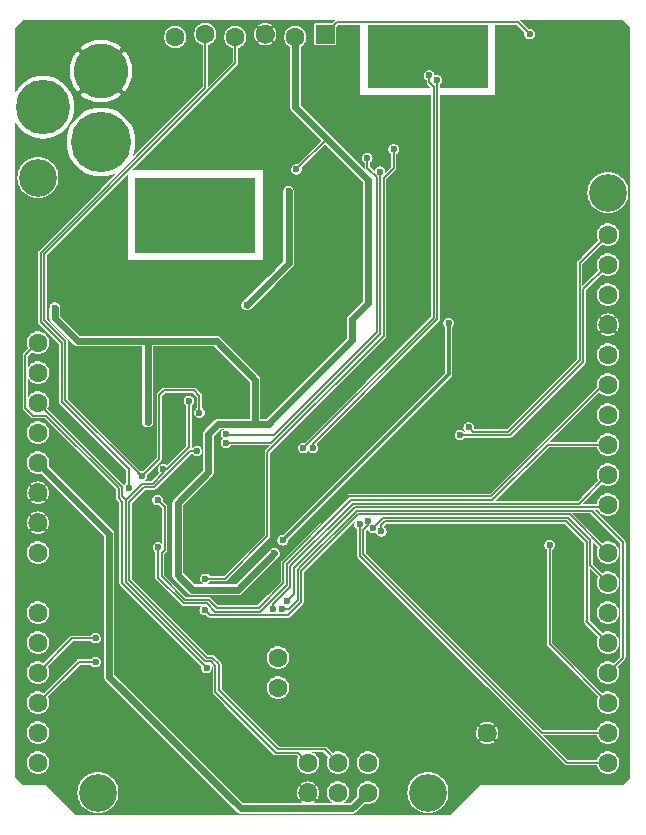
<source format=gbr>
G04 start of page 3 for group 1 idx 1 *
G04 Title: (unknown), bottom *
G04 Creator: pcb 1.99z *
G04 CreationDate: Fri May 13 00:02:03 2016 UTC *
G04 For: matt *
G04 Format: Gerber/RS-274X *
G04 PCB-Dimensions (mil): 2500.00 3000.00 *
G04 PCB-Coordinate-Origin: lower left *
%MOIN*%
%FSLAX25Y25*%
%LNBOTTOM*%
%ADD41C,0.1378*%
%ADD40C,0.1181*%
%ADD39C,0.0394*%
%ADD38C,0.0118*%
%ADD37C,0.1221*%
%ADD36C,0.0236*%
%ADD35C,0.1260*%
%ADD34C,0.2008*%
%ADD33C,0.1811*%
%ADD32C,0.0630*%
%ADD31C,0.0118*%
%ADD30C,0.0236*%
%ADD29C,0.0059*%
%ADD28C,0.0001*%
G54D28*G36*
X62500Y225000D02*X102500D01*
Y200000D01*
X62500D01*
Y225000D01*
G37*
G36*
X219989Y66249D02*X220000Y66248D01*
X220587Y66294D01*
X221159Y66432D01*
X221703Y66657D01*
X222205Y66965D01*
X222653Y67347D01*
X223035Y67795D01*
X223343Y68297D01*
X223568Y68841D01*
X223706Y69413D01*
X223740Y70000D01*
X223706Y70587D01*
X223568Y71159D01*
X223343Y71703D01*
X223035Y72205D01*
X222653Y72653D01*
X222205Y73035D01*
X221703Y73343D01*
X221159Y73568D01*
X220587Y73706D01*
X220000Y73752D01*
X219989Y73751D01*
Y76249D01*
X220000Y76248D01*
X220587Y76294D01*
X221159Y76432D01*
X221703Y76657D01*
X222205Y76965D01*
X222653Y77347D01*
X223035Y77795D01*
X223343Y78297D01*
X223568Y78841D01*
X223706Y79413D01*
X223740Y80000D01*
X223706Y80587D01*
X223568Y81159D01*
X223343Y81703D01*
X223035Y82205D01*
X222653Y82653D01*
X222205Y83035D01*
X221703Y83343D01*
X221159Y83568D01*
X220587Y83706D01*
X220000Y83752D01*
X219989Y83751D01*
Y86249D01*
X220000Y86248D01*
X220587Y86294D01*
X221159Y86432D01*
X221703Y86657D01*
X222205Y86965D01*
X222653Y87347D01*
X223035Y87795D01*
X223343Y88297D01*
X223568Y88841D01*
X223706Y89413D01*
X223740Y90000D01*
X223706Y90587D01*
X223568Y91159D01*
X223343Y91703D01*
X223035Y92205D01*
X222653Y92653D01*
X222205Y93035D01*
X221703Y93343D01*
X221159Y93568D01*
X220587Y93706D01*
X220000Y93752D01*
X219989Y93751D01*
Y96249D01*
X220000Y96248D01*
X220587Y96294D01*
X221159Y96432D01*
X221703Y96657D01*
X222205Y96965D01*
X222653Y97347D01*
X223035Y97795D01*
X223343Y98297D01*
X223568Y98841D01*
X223706Y99413D01*
X223740Y100000D01*
X223706Y100587D01*
X223568Y101159D01*
X223343Y101703D01*
X223035Y102205D01*
X222653Y102653D01*
X222205Y103035D01*
X221703Y103343D01*
X221159Y103568D01*
X220587Y103706D01*
X220000Y103752D01*
X219989Y103751D01*
Y107300D01*
X224114Y103176D01*
Y65367D01*
X221942Y63196D01*
X221703Y63343D01*
X221159Y63568D01*
X220587Y63706D01*
X220000Y63752D01*
X219989Y63751D01*
Y66249D01*
G37*
G36*
X223130Y176331D02*X223137Y176276D01*
X223150Y176000D01*
X223137Y175724D01*
X223130Y175669D01*
Y176331D01*
G37*
G36*
Y277500D02*X225000D01*
X227500Y275000D01*
Y25000D01*
X225000Y22500D01*
X223130D01*
Y27950D01*
X223343Y28297D01*
X223568Y28841D01*
X223706Y29413D01*
X223740Y30000D01*
X223706Y30587D01*
X223568Y31159D01*
X223343Y31703D01*
X223130Y32050D01*
Y37950D01*
X223343Y38297D01*
X223568Y38841D01*
X223706Y39413D01*
X223740Y40000D01*
X223706Y40587D01*
X223568Y41159D01*
X223343Y41703D01*
X223130Y42050D01*
Y47950D01*
X223343Y48297D01*
X223568Y48841D01*
X223706Y49413D01*
X223740Y50000D01*
X223706Y50587D01*
X223568Y51159D01*
X223343Y51703D01*
X223130Y52050D01*
Y57950D01*
X223343Y58297D01*
X223568Y58841D01*
X223706Y59413D01*
X223740Y60000D01*
X223706Y60587D01*
X223568Y61159D01*
X223343Y61703D01*
X223196Y61942D01*
X225602Y64349D01*
X225629Y64371D01*
X225719Y64477D01*
X225792Y64596D01*
X225846Y64725D01*
X225878Y64861D01*
X225889Y65000D01*
X225886Y65035D01*
Y103509D01*
X225889Y103543D01*
X225878Y103682D01*
X225878Y103682D01*
X225846Y103818D01*
X225792Y103947D01*
X225719Y104066D01*
X225629Y104172D01*
X225602Y104195D01*
X223130Y106667D01*
Y113950D01*
X223343Y114297D01*
X223568Y114841D01*
X223706Y115413D01*
X223740Y116000D01*
X223706Y116587D01*
X223568Y117159D01*
X223343Y117703D01*
X223130Y118050D01*
Y123950D01*
X223343Y124297D01*
X223568Y124841D01*
X223706Y125413D01*
X223740Y126000D01*
X223706Y126587D01*
X223568Y127159D01*
X223343Y127703D01*
X223130Y128050D01*
Y133950D01*
X223343Y134297D01*
X223568Y134841D01*
X223706Y135413D01*
X223740Y136000D01*
X223706Y136587D01*
X223568Y137159D01*
X223343Y137703D01*
X223130Y138050D01*
Y143950D01*
X223343Y144297D01*
X223568Y144841D01*
X223706Y145413D01*
X223740Y146000D01*
X223706Y146587D01*
X223568Y147159D01*
X223343Y147703D01*
X223130Y148050D01*
Y153950D01*
X223343Y154297D01*
X223568Y154841D01*
X223706Y155413D01*
X223740Y156000D01*
X223706Y156587D01*
X223568Y157159D01*
X223343Y157703D01*
X223130Y158050D01*
Y163950D01*
X223343Y164297D01*
X223568Y164841D01*
X223706Y165413D01*
X223740Y166000D01*
X223706Y166587D01*
X223568Y167159D01*
X223343Y167703D01*
X223130Y168050D01*
Y173956D01*
X223237Y174120D01*
X223389Y174410D01*
X223516Y174713D01*
X223615Y175026D01*
X223686Y175347D01*
X223729Y175672D01*
X223744Y176000D01*
X223729Y176328D01*
X223686Y176653D01*
X223615Y176974D01*
X223516Y177287D01*
X223389Y177590D01*
X223237Y177880D01*
X223130Y178047D01*
Y183950D01*
X223343Y184297D01*
X223568Y184841D01*
X223706Y185413D01*
X223740Y186000D01*
X223706Y186587D01*
X223568Y187159D01*
X223343Y187703D01*
X223130Y188050D01*
Y193950D01*
X223343Y194297D01*
X223568Y194841D01*
X223706Y195413D01*
X223740Y196000D01*
X223706Y196587D01*
X223568Y197159D01*
X223343Y197703D01*
X223130Y198050D01*
Y203950D01*
X223343Y204297D01*
X223568Y204841D01*
X223706Y205413D01*
X223740Y206000D01*
X223706Y206587D01*
X223568Y207159D01*
X223343Y207703D01*
X223130Y208050D01*
Y213880D01*
X224041Y214438D01*
X224861Y215139D01*
X225562Y215959D01*
X226126Y216879D01*
X226538Y217876D01*
X226790Y218925D01*
X226854Y220000D01*
X226790Y221075D01*
X226538Y222124D01*
X226126Y223121D01*
X225562Y224041D01*
X224861Y224861D01*
X224041Y225562D01*
X223130Y226120D01*
Y277500D01*
G37*
G36*
Y208050D02*X223035Y208205D01*
X222653Y208653D01*
X222205Y209035D01*
X221703Y209343D01*
X221159Y209568D01*
X220587Y209706D01*
X220000Y209752D01*
X219989Y209751D01*
Y213126D01*
X220000Y213125D01*
X221075Y213210D01*
X222124Y213462D01*
X223121Y213874D01*
X223130Y213880D01*
Y208050D01*
G37*
G36*
Y198050D02*X223035Y198205D01*
X222653Y198653D01*
X222205Y199035D01*
X221703Y199343D01*
X221159Y199568D01*
X220587Y199706D01*
X220000Y199752D01*
X219989Y199751D01*
Y202249D01*
X220000Y202248D01*
X220587Y202294D01*
X221159Y202432D01*
X221703Y202657D01*
X222205Y202965D01*
X222653Y203347D01*
X223035Y203795D01*
X223130Y203950D01*
Y198050D01*
G37*
G36*
Y188050D02*X223035Y188205D01*
X222653Y188653D01*
X222205Y189035D01*
X221703Y189343D01*
X221159Y189568D01*
X220587Y189706D01*
X220000Y189752D01*
X219989Y189751D01*
Y192249D01*
X220000Y192248D01*
X220587Y192294D01*
X221159Y192432D01*
X221703Y192657D01*
X222205Y192965D01*
X222653Y193347D01*
X223035Y193795D01*
X223130Y193950D01*
Y188050D01*
G37*
G36*
Y168050D02*X223035Y168205D01*
X222653Y168653D01*
X222205Y169035D01*
X221703Y169343D01*
X221159Y169568D01*
X220587Y169706D01*
X220000Y169752D01*
X219989Y169751D01*
Y172257D01*
X220000Y172256D01*
X220328Y172271D01*
X220653Y172314D01*
X220974Y172385D01*
X221287Y172484D01*
X221590Y172611D01*
X221880Y172763D01*
X222157Y172940D01*
X222193Y172970D01*
X222224Y173005D01*
X222249Y173045D01*
X222268Y173088D01*
X222279Y173133D01*
X222284Y173180D01*
X222281Y173227D01*
X222271Y173273D01*
X222253Y173316D01*
X222229Y173357D01*
X222199Y173393D01*
X222164Y173424D01*
X222124Y173449D01*
X222081Y173467D01*
X222036Y173479D01*
X221989Y173483D01*
X221942Y173480D01*
X221896Y173470D01*
X221853Y173453D01*
X221813Y173428D01*
X221582Y173277D01*
X221337Y173148D01*
X221082Y173042D01*
X220819Y172959D01*
X220550Y172899D01*
X220276Y172863D01*
X220000Y172850D01*
X219989Y172851D01*
Y179149D01*
X220000Y179150D01*
X220276Y179138D01*
X220550Y179101D01*
X220819Y179041D01*
X221082Y178958D01*
X221337Y178852D01*
X221582Y178723D01*
X221815Y178574D01*
X221854Y178550D01*
X221897Y178533D01*
X221943Y178523D01*
X221989Y178520D01*
X222035Y178524D01*
X222080Y178535D01*
X222123Y178554D01*
X222162Y178579D01*
X222197Y178609D01*
X222227Y178645D01*
X222250Y178685D01*
X222268Y178728D01*
X222278Y178774D01*
X222281Y178820D01*
X222276Y178866D01*
X222265Y178911D01*
X222247Y178954D01*
X222222Y178993D01*
X222191Y179028D01*
X222155Y179057D01*
X221880Y179237D01*
X221590Y179389D01*
X221287Y179516D01*
X220974Y179615D01*
X220653Y179686D01*
X220328Y179729D01*
X220000Y179744D01*
X219989Y179743D01*
Y182249D01*
X220000Y182248D01*
X220587Y182294D01*
X221159Y182432D01*
X221703Y182657D01*
X222205Y182965D01*
X222653Y183347D01*
X223035Y183795D01*
X223130Y183950D01*
Y178047D01*
X223060Y178157D01*
X223030Y178193D01*
X222995Y178224D01*
X222955Y178249D01*
X222912Y178268D01*
X222867Y178279D01*
X222820Y178284D01*
X222773Y178281D01*
X222727Y178271D01*
X222684Y178253D01*
X222643Y178229D01*
X222607Y178199D01*
X222576Y178164D01*
X222551Y178124D01*
X222533Y178081D01*
X222521Y178036D01*
X222517Y177989D01*
X222520Y177942D01*
X222530Y177896D01*
X222547Y177853D01*
X222572Y177813D01*
X222723Y177582D01*
X222852Y177337D01*
X222958Y177082D01*
X223041Y176819D01*
X223101Y176550D01*
X223130Y176331D01*
Y175669D01*
X223101Y175450D01*
X223041Y175181D01*
X222958Y174918D01*
X222852Y174663D01*
X222723Y174418D01*
X222574Y174185D01*
X222550Y174146D01*
X222533Y174103D01*
X222523Y174057D01*
X222520Y174011D01*
X222524Y173965D01*
X222535Y173920D01*
X222554Y173877D01*
X222579Y173838D01*
X222609Y173803D01*
X222645Y173773D01*
X222685Y173750D01*
X222728Y173732D01*
X222774Y173722D01*
X222820Y173719D01*
X222866Y173724D01*
X222911Y173735D01*
X222954Y173753D01*
X222993Y173778D01*
X223028Y173809D01*
X223057Y173845D01*
X223130Y173956D01*
Y168050D01*
G37*
G36*
Y158050D02*X223035Y158205D01*
X222653Y158653D01*
X222205Y159035D01*
X221703Y159343D01*
X221159Y159568D01*
X220587Y159706D01*
X220000Y159752D01*
X219989Y159751D01*
Y162249D01*
X220000Y162248D01*
X220587Y162294D01*
X221159Y162432D01*
X221703Y162657D01*
X222205Y162965D01*
X222653Y163347D01*
X223035Y163795D01*
X223130Y163950D01*
Y158050D01*
G37*
G36*
Y148050D02*X223035Y148205D01*
X222653Y148653D01*
X222205Y149035D01*
X221703Y149343D01*
X221159Y149568D01*
X220587Y149706D01*
X220000Y149752D01*
X219989Y149751D01*
Y152249D01*
X220000Y152248D01*
X220587Y152294D01*
X221159Y152432D01*
X221703Y152657D01*
X222205Y152965D01*
X222653Y153347D01*
X223035Y153795D01*
X223130Y153950D01*
Y148050D01*
G37*
G36*
Y138050D02*X223035Y138205D01*
X222653Y138653D01*
X222205Y139035D01*
X221703Y139343D01*
X221159Y139568D01*
X220587Y139706D01*
X220000Y139752D01*
X219989Y139751D01*
Y142249D01*
X220000Y142248D01*
X220587Y142294D01*
X221159Y142432D01*
X221703Y142657D01*
X222205Y142965D01*
X222653Y143347D01*
X223035Y143795D01*
X223130Y143950D01*
Y138050D01*
G37*
G36*
Y128050D02*X223035Y128205D01*
X222653Y128653D01*
X222205Y129035D01*
X221703Y129343D01*
X221159Y129568D01*
X220587Y129706D01*
X220000Y129752D01*
X219989Y129751D01*
Y132249D01*
X220000Y132248D01*
X220587Y132294D01*
X221159Y132432D01*
X221703Y132657D01*
X222205Y132965D01*
X222653Y133347D01*
X223035Y133795D01*
X223130Y133950D01*
Y128050D01*
G37*
G36*
Y118050D02*X223035Y118205D01*
X222653Y118653D01*
X222205Y119035D01*
X221703Y119343D01*
X221159Y119568D01*
X220587Y119706D01*
X220000Y119752D01*
X219989Y119751D01*
Y122249D01*
X220000Y122248D01*
X220587Y122294D01*
X221159Y122432D01*
X221703Y122657D01*
X222205Y122965D01*
X222653Y123347D01*
X223035Y123795D01*
X223130Y123950D01*
Y118050D01*
G37*
G36*
Y106667D02*X219989Y109808D01*
Y112249D01*
X220000Y112248D01*
X220587Y112294D01*
X221159Y112432D01*
X221703Y112657D01*
X222205Y112965D01*
X222653Y113347D01*
X223035Y113795D01*
X223130Y113950D01*
Y106667D01*
G37*
G36*
Y52050D02*X223035Y52205D01*
X222653Y52653D01*
X222205Y53035D01*
X221703Y53343D01*
X221159Y53568D01*
X220587Y53706D01*
X220000Y53752D01*
X219989Y53751D01*
Y56249D01*
X220000Y56248D01*
X220587Y56294D01*
X221159Y56432D01*
X221703Y56657D01*
X222205Y56965D01*
X222653Y57347D01*
X223035Y57795D01*
X223130Y57950D01*
Y52050D01*
G37*
G36*
Y42050D02*X223035Y42205D01*
X222653Y42653D01*
X222205Y43035D01*
X221703Y43343D01*
X221159Y43568D01*
X220587Y43706D01*
X220000Y43752D01*
X219989Y43751D01*
Y46249D01*
X220000Y46248D01*
X220587Y46294D01*
X221159Y46432D01*
X221703Y46657D01*
X222205Y46965D01*
X222653Y47347D01*
X223035Y47795D01*
X223130Y47950D01*
Y42050D01*
G37*
G36*
Y32050D02*X223035Y32205D01*
X222653Y32653D01*
X222205Y33035D01*
X221703Y33343D01*
X221159Y33568D01*
X220587Y33706D01*
X220000Y33752D01*
X219989Y33751D01*
Y36249D01*
X220000Y36248D01*
X220587Y36294D01*
X221159Y36432D01*
X221703Y36657D01*
X222205Y36965D01*
X222653Y37347D01*
X223035Y37795D01*
X223130Y37950D01*
Y32050D01*
G37*
G36*
Y22500D02*X219989D01*
Y26249D01*
X220000Y26248D01*
X220587Y26294D01*
X221159Y26432D01*
X221703Y26657D01*
X222205Y26965D01*
X222653Y27347D01*
X223035Y27795D01*
X223130Y27950D01*
Y22500D01*
G37*
G36*
X219989Y277500D02*X223130D01*
Y226120D01*
X223121Y226126D01*
X222124Y226538D01*
X221075Y226790D01*
X220000Y226875D01*
X219989Y226874D01*
Y277500D01*
G37*
G36*
Y199751D02*X219413Y199706D01*
X218841Y199568D01*
X218297Y199343D01*
X217795Y199035D01*
X217347Y198653D01*
X216965Y198205D01*
X216657Y197703D01*
X216432Y197159D01*
X216294Y196587D01*
X216248Y196000D01*
X216294Y195413D01*
X216432Y194841D01*
X216657Y194297D01*
X216804Y194058D01*
X211516Y188770D01*
Y196263D01*
X218058Y202804D01*
X218297Y202657D01*
X218841Y202432D01*
X219413Y202294D01*
X219989Y202249D01*
Y199751D01*
G37*
G36*
X216870Y183950D02*X216965Y183795D01*
X217347Y183347D01*
X217795Y182965D01*
X218297Y182657D01*
X218841Y182432D01*
X219413Y182294D01*
X219989Y182249D01*
Y179743D01*
X219672Y179729D01*
X219347Y179686D01*
X219026Y179615D01*
X218713Y179516D01*
X218410Y179389D01*
X218120Y179237D01*
X217843Y179060D01*
X217807Y179030D01*
X217776Y178995D01*
X217751Y178955D01*
X217732Y178912D01*
X217721Y178867D01*
X217716Y178820D01*
X217719Y178773D01*
X217729Y178727D01*
X217747Y178684D01*
X217771Y178643D01*
X217801Y178607D01*
X217836Y178576D01*
X217876Y178551D01*
X217919Y178533D01*
X217964Y178521D01*
X218011Y178517D01*
X218058Y178520D01*
X218104Y178530D01*
X218147Y178547D01*
X218187Y178572D01*
X218418Y178723D01*
X218663Y178852D01*
X218918Y178958D01*
X219181Y179041D01*
X219450Y179101D01*
X219724Y179138D01*
X219989Y179149D01*
Y172851D01*
X219724Y172863D01*
X219450Y172899D01*
X219181Y172959D01*
X218918Y173042D01*
X218663Y173148D01*
X218418Y173277D01*
X218185Y173426D01*
X218146Y173450D01*
X218103Y173467D01*
X218057Y173477D01*
X218011Y173480D01*
X217965Y173476D01*
X217920Y173465D01*
X217877Y173446D01*
X217838Y173421D01*
X217803Y173391D01*
X217773Y173355D01*
X217750Y173315D01*
X217732Y173272D01*
X217722Y173226D01*
X217719Y173180D01*
X217724Y173134D01*
X217735Y173089D01*
X217753Y173046D01*
X217778Y173007D01*
X217809Y172972D01*
X217845Y172943D01*
X218120Y172763D01*
X218410Y172611D01*
X218713Y172484D01*
X219026Y172385D01*
X219347Y172314D01*
X219672Y172271D01*
X219989Y172257D01*
Y169751D01*
X219413Y169706D01*
X218841Y169568D01*
X218297Y169343D01*
X217795Y169035D01*
X217347Y168653D01*
X216965Y168205D01*
X216870Y168050D01*
Y173953D01*
X216940Y173843D01*
X216970Y173807D01*
X217005Y173776D01*
X217045Y173751D01*
X217088Y173732D01*
X217133Y173721D01*
X217180Y173716D01*
X217227Y173719D01*
X217273Y173729D01*
X217316Y173747D01*
X217357Y173771D01*
X217393Y173801D01*
X217424Y173836D01*
X217449Y173876D01*
X217467Y173919D01*
X217479Y173964D01*
X217483Y174011D01*
X217480Y174058D01*
X217470Y174104D01*
X217453Y174147D01*
X217428Y174187D01*
X217277Y174418D01*
X217148Y174663D01*
X217042Y174918D01*
X216959Y175181D01*
X216899Y175450D01*
X216870Y175669D01*
Y176331D01*
X216899Y176550D01*
X216959Y176819D01*
X217042Y177082D01*
X217148Y177337D01*
X217277Y177582D01*
X217426Y177815D01*
X217450Y177854D01*
X217467Y177897D01*
X217477Y177943D01*
X217480Y177989D01*
X217476Y178035D01*
X217465Y178080D01*
X217446Y178123D01*
X217421Y178162D01*
X217391Y178197D01*
X217355Y178227D01*
X217315Y178250D01*
X217272Y178268D01*
X217226Y178278D01*
X217180Y178281D01*
X217134Y178276D01*
X217089Y178265D01*
X217046Y178247D01*
X217007Y178222D01*
X216972Y178191D01*
X216943Y178155D01*
X216870Y178044D01*
Y183950D01*
G37*
G36*
Y191616D02*X218058Y192804D01*
X218297Y192657D01*
X218841Y192432D01*
X219413Y192294D01*
X219989Y192249D01*
Y189751D01*
X219413Y189706D01*
X218841Y189568D01*
X218297Y189343D01*
X217795Y189035D01*
X217347Y188653D01*
X216965Y188205D01*
X216870Y188050D01*
Y191616D01*
G37*
G36*
X219989Y159751D02*X219413Y159706D01*
X218841Y159568D01*
X218297Y159343D01*
X217795Y159035D01*
X217347Y158653D01*
X216965Y158205D01*
X216870Y158050D01*
Y163950D01*
X216965Y163795D01*
X217347Y163347D01*
X217795Y162965D01*
X218297Y162657D01*
X218841Y162432D01*
X219413Y162294D01*
X219989Y162249D01*
Y159751D01*
G37*
G36*
X216870Y175669D02*X216862Y175724D01*
X216850Y176000D01*
X216862Y176276D01*
X216870Y176331D01*
Y175669D01*
G37*
G36*
Y158050D02*X216657Y157703D01*
X216432Y157159D01*
X216294Y156587D01*
X216248Y156000D01*
X216294Y155413D01*
X216308Y155357D01*
X211277Y150326D01*
Y161795D01*
X212413Y162931D01*
X212440Y162954D01*
X212530Y163060D01*
X212603Y163179D01*
X212657Y163308D01*
X212689Y163444D01*
X212700Y163583D01*
X212698Y163617D01*
Y187444D01*
X216870Y191616D01*
Y188050D01*
X216657Y187703D01*
X216432Y187159D01*
X216294Y186587D01*
X216248Y186000D01*
X216294Y185413D01*
X216432Y184841D01*
X216657Y184297D01*
X216870Y183950D01*
Y178044D01*
X216763Y177880D01*
X216611Y177590D01*
X216484Y177287D01*
X216385Y176974D01*
X216314Y176653D01*
X216271Y176328D01*
X216256Y176000D01*
X216271Y175672D01*
X216314Y175347D01*
X216385Y175026D01*
X216484Y174713D01*
X216611Y174410D01*
X216763Y174120D01*
X216870Y173953D01*
Y168050D01*
X216657Y167703D01*
X216432Y167159D01*
X216294Y166587D01*
X216248Y166000D01*
X216294Y165413D01*
X216432Y164841D01*
X216657Y164297D01*
X216870Y163950D01*
Y158050D01*
G37*
G36*
X219989Y139751D02*X219413Y139706D01*
X218841Y139568D01*
X218297Y139343D01*
X217795Y139035D01*
X217347Y138653D01*
X216965Y138205D01*
X216657Y137703D01*
X216432Y137159D01*
X216366Y136886D01*
X211277D01*
Y147818D01*
X217098Y153639D01*
X217347Y153347D01*
X217795Y152965D01*
X218297Y152657D01*
X218841Y152432D01*
X219413Y152294D01*
X219989Y152249D01*
Y149751D01*
X219413Y149706D01*
X218841Y149568D01*
X218297Y149343D01*
X217795Y149035D01*
X217347Y148653D01*
X216965Y148205D01*
X216657Y147703D01*
X216432Y147159D01*
X216294Y146587D01*
X216248Y146000D01*
X216294Y145413D01*
X216432Y144841D01*
X216657Y144297D01*
X216965Y143795D01*
X217347Y143347D01*
X217795Y142965D01*
X218297Y142657D01*
X218841Y142432D01*
X219413Y142294D01*
X219989Y142249D01*
Y139751D01*
G37*
G36*
Y129751D02*X219413Y129706D01*
X218841Y129568D01*
X218297Y129343D01*
X217795Y129035D01*
X217347Y128653D01*
X216965Y128205D01*
X216657Y127703D01*
X216432Y127159D01*
X216294Y126587D01*
X216248Y126000D01*
X216294Y125413D01*
X216432Y124841D01*
X216657Y124297D01*
X216804Y124058D01*
X211277Y118530D01*
Y135114D01*
X216366D01*
X216432Y134841D01*
X216657Y134297D01*
X216965Y133795D01*
X217347Y133347D01*
X217795Y132965D01*
X218297Y132657D01*
X218841Y132432D01*
X219413Y132294D01*
X219989Y132249D01*
Y129751D01*
G37*
G36*
Y119751D02*X219413Y119706D01*
X218841Y119568D01*
X218297Y119343D01*
X217795Y119035D01*
X217347Y118653D01*
X216965Y118205D01*
X216657Y117703D01*
X216432Y117159D01*
X216294Y116587D01*
X216252Y116044D01*
X211298D01*
X218058Y122804D01*
X218297Y122657D01*
X218841Y122432D01*
X219413Y122294D01*
X219989Y122249D01*
Y119751D01*
G37*
G36*
Y109808D02*X215526Y114271D01*
X216673D01*
X216965Y113795D01*
X217347Y113347D01*
X217795Y112965D01*
X218297Y112657D01*
X218841Y112432D01*
X219413Y112294D01*
X219989Y112249D01*
Y109808D01*
G37*
G36*
Y103751D02*X219413Y103706D01*
X218841Y103568D01*
X218297Y103343D01*
X218058Y103196D01*
X211277Y109977D01*
Y113090D01*
X214200D01*
X219989Y107300D01*
Y103751D01*
G37*
G36*
Y93751D02*X219413Y93706D01*
X218841Y93568D01*
X218297Y93343D01*
X218058Y93196D01*
X215060Y96194D01*
Y103687D01*
X216804Y101942D01*
X216657Y101703D01*
X216432Y101159D01*
X216294Y100587D01*
X216248Y100000D01*
X216294Y99413D01*
X216432Y98841D01*
X216657Y98297D01*
X216965Y97795D01*
X217347Y97347D01*
X217795Y96965D01*
X218297Y96657D01*
X218841Y96432D01*
X219413Y96294D01*
X219989Y96249D01*
Y93751D01*
G37*
G36*
Y73751D02*X219413Y73706D01*
X218841Y73568D01*
X218297Y73343D01*
X218058Y73196D01*
X213879Y77375D01*
Y94868D01*
X216804Y91942D01*
X216657Y91703D01*
X216432Y91159D01*
X216294Y90587D01*
X216248Y90000D01*
X216294Y89413D01*
X216432Y88841D01*
X216657Y88297D01*
X216965Y87795D01*
X217347Y87347D01*
X217795Y86965D01*
X218297Y86657D01*
X218841Y86432D01*
X219413Y86294D01*
X219989Y86249D01*
Y83751D01*
X219413Y83706D01*
X218841Y83568D01*
X218297Y83343D01*
X217795Y83035D01*
X217347Y82653D01*
X216965Y82205D01*
X216657Y81703D01*
X216432Y81159D01*
X216294Y80587D01*
X216248Y80000D01*
X216294Y79413D01*
X216432Y78841D01*
X216657Y78297D01*
X216965Y77795D01*
X217347Y77347D01*
X217795Y76965D01*
X218297Y76657D01*
X218841Y76432D01*
X219413Y76294D01*
X219989Y76249D01*
Y73751D01*
G37*
G36*
Y53751D02*X219413Y53706D01*
X218841Y53568D01*
X218297Y53343D01*
X218058Y53196D01*
X211277Y59977D01*
Y104005D01*
X212106Y103176D01*
Y77762D01*
X212076Y77727D01*
X212003Y77608D01*
X211950Y77480D01*
X211917Y77344D01*
X211906Y77205D01*
X211917Y77066D01*
X211950Y76930D01*
X212003Y76801D01*
X212076Y76682D01*
X212168Y76578D01*
X212341Y76406D01*
X212363Y76379D01*
X212390Y76356D01*
X216804Y71942D01*
X216657Y71703D01*
X216432Y71159D01*
X216294Y70587D01*
X216248Y70000D01*
X216294Y69413D01*
X216432Y68841D01*
X216657Y68297D01*
X216965Y67795D01*
X217347Y67347D01*
X217795Y66965D01*
X218297Y66657D01*
X218841Y66432D01*
X219413Y66294D01*
X219989Y66249D01*
Y63751D01*
X219413Y63706D01*
X218841Y63568D01*
X218297Y63343D01*
X217795Y63035D01*
X217347Y62653D01*
X216965Y62205D01*
X216657Y61703D01*
X216432Y61159D01*
X216294Y60587D01*
X216248Y60000D01*
X216294Y59413D01*
X216432Y58841D01*
X216657Y58297D01*
X216965Y57795D01*
X217347Y57347D01*
X217795Y56965D01*
X218297Y56657D01*
X218841Y56432D01*
X219413Y56294D01*
X219989Y56249D01*
Y53751D01*
G37*
G36*
Y43751D02*X219413Y43706D01*
X218841Y43568D01*
X218297Y43343D01*
X217795Y43035D01*
X217347Y42653D01*
X216965Y42205D01*
X216657Y41703D01*
X216432Y41159D01*
X216366Y40886D01*
X211277D01*
Y57470D01*
X216804Y51942D01*
X216657Y51703D01*
X216432Y51159D01*
X216294Y50587D01*
X216248Y50000D01*
X216294Y49413D01*
X216432Y48841D01*
X216657Y48297D01*
X216965Y47795D01*
X217347Y47347D01*
X217795Y46965D01*
X218297Y46657D01*
X218841Y46432D01*
X219413Y46294D01*
X219989Y46249D01*
Y43751D01*
G37*
G36*
Y33751D02*X219413Y33706D01*
X218841Y33568D01*
X218297Y33343D01*
X217795Y33035D01*
X217347Y32653D01*
X216965Y32205D01*
X216657Y31703D01*
X216432Y31159D01*
X216366Y30886D01*
X211277D01*
Y39114D01*
X216366D01*
X216432Y38841D01*
X216657Y38297D01*
X216965Y37795D01*
X217347Y37347D01*
X217795Y36965D01*
X218297Y36657D01*
X218841Y36432D01*
X219413Y36294D01*
X219989Y36249D01*
Y33751D01*
G37*
G36*
Y22500D02*X211277D01*
Y29114D01*
X216366D01*
X216432Y28841D01*
X216657Y28297D01*
X216965Y27795D01*
X217347Y27347D01*
X217795Y26965D01*
X218297Y26657D01*
X218841Y26432D01*
X219413Y26294D01*
X219989Y26249D01*
Y22500D01*
G37*
G36*
X211277Y277500D02*X219989D01*
Y226874D01*
X218925Y226790D01*
X217876Y226538D01*
X216879Y226126D01*
X215959Y225562D01*
X215139Y224861D01*
X214438Y224041D01*
X213874Y223121D01*
X213462Y222124D01*
X213210Y221075D01*
X213125Y220000D01*
X213210Y218925D01*
X213462Y217876D01*
X213874Y216879D01*
X214438Y215959D01*
X215139Y215139D01*
X215959Y214438D01*
X216879Y213874D01*
X217876Y213462D01*
X218925Y213210D01*
X219989Y213126D01*
Y209751D01*
X219413Y209706D01*
X218841Y209568D01*
X218297Y209343D01*
X217795Y209035D01*
X217347Y208653D01*
X216965Y208205D01*
X216657Y207703D01*
X216432Y207159D01*
X216294Y206587D01*
X216248Y206000D01*
X216294Y205413D01*
X216432Y204841D01*
X216657Y204297D01*
X216804Y204058D01*
X211277Y198530D01*
Y277500D01*
G37*
G36*
Y150326D02*X196316Y135365D01*
Y146834D01*
X211277Y161795D01*
Y150326D01*
G37*
G36*
Y136886D02*X200345D01*
X211277Y147818D01*
Y136886D01*
G37*
G36*
Y118530D02*X209971Y117225D01*
X196316D01*
Y131086D01*
X200344Y135114D01*
X211277D01*
Y118530D01*
G37*
G36*
Y109977D02*X208164Y113090D01*
X211277D01*
Y109977D01*
G37*
G36*
Y40886D02*X198359D01*
X196316Y42930D01*
Y109547D01*
X205735D01*
X211277Y104005D01*
Y59977D01*
X201477Y69777D01*
Y101024D01*
X201635Y101121D01*
X201847Y101302D01*
X202029Y101514D01*
X202174Y101752D01*
X202281Y102010D01*
X202346Y102281D01*
X202363Y102559D01*
X202346Y102837D01*
X202281Y103108D01*
X202174Y103366D01*
X202029Y103604D01*
X201847Y103816D01*
X201635Y103997D01*
X201398Y104143D01*
X201140Y104250D01*
X200869Y104315D01*
X200591Y104337D01*
X200312Y104315D01*
X200041Y104250D01*
X199784Y104143D01*
X199546Y103997D01*
X199334Y103816D01*
X199153Y103604D01*
X199007Y103366D01*
X198900Y103108D01*
X198835Y102837D01*
X198813Y102559D01*
X198835Y102281D01*
X198900Y102010D01*
X199007Y101752D01*
X199153Y101514D01*
X199334Y101302D01*
X199546Y101121D01*
X199704Y101024D01*
Y69444D01*
X199701Y69409D01*
X199712Y69271D01*
X199712Y69270D01*
X199745Y69135D01*
X199798Y69006D01*
X199871Y68887D01*
X199962Y68781D01*
X199988Y68758D01*
X211277Y57470D01*
Y40886D01*
G37*
G36*
Y30886D02*X206588D01*
X198361Y39114D01*
X211277D01*
Y30886D01*
G37*
G36*
Y22500D02*X196316D01*
Y38651D01*
X205569Y29398D01*
X205592Y29371D01*
X205698Y29281D01*
X205817Y29208D01*
X205946Y29154D01*
X206081Y29122D01*
X206082Y29122D01*
X206220Y29111D01*
X206255Y29114D01*
X211277D01*
Y22500D01*
G37*
G36*
X196316Y277500D02*X211277D01*
Y198530D01*
X210028Y197281D01*
X210001Y197259D01*
X209911Y197153D01*
X209838Y197034D01*
X209784Y196905D01*
X209752Y196769D01*
X209752Y196769D01*
X209741Y196630D01*
X209743Y196595D01*
Y164540D01*
X196316Y151113D01*
Y277500D01*
G37*
G36*
Y117225D02*X182455D01*
X196316Y131086D01*
Y117225D01*
G37*
G36*
Y42930D02*X139272Y99973D01*
Y107310D01*
X139975Y108013D01*
X139977Y107990D01*
X140042Y107718D01*
X140149Y107461D01*
X140294Y107223D01*
X140475Y107011D01*
X140688Y106830D01*
X140925Y106684D01*
X141183Y106577D01*
X141454Y106512D01*
X141732Y106490D01*
X142010Y106512D01*
X142282Y106577D01*
X142539Y106684D01*
X142734Y106803D01*
X142798Y106537D01*
X142904Y106280D01*
X143050Y106042D01*
X143231Y105830D01*
X143443Y105649D01*
X143681Y105503D01*
X143939Y105396D01*
X144210Y105331D01*
X144488Y105309D01*
X144766Y105331D01*
X145037Y105396D01*
X145295Y105503D01*
X145533Y105649D01*
X145745Y105830D01*
X145926Y106042D01*
X146072Y106280D01*
X146179Y106537D01*
X146244Y106809D01*
X146260Y107087D01*
X146244Y107365D01*
X146179Y107636D01*
X146072Y107894D01*
X145926Y108131D01*
X145745Y108343D01*
X145533Y108525D01*
X145375Y108622D01*
Y108885D01*
X146036Y109547D01*
X196316D01*
Y42930D01*
G37*
G36*
X92123Y271076D02*X92219Y270675D01*
X92445Y270131D01*
X92752Y269629D01*
X93135Y269182D01*
X93582Y268799D01*
X94084Y268492D01*
X94628Y268267D01*
X94901Y268201D01*
Y263477D01*
X92123Y260700D01*
Y271076D01*
G37*
G36*
Y134942D02*X92167Y134924D01*
X92438Y134859D01*
X92717Y134837D01*
X92995Y134859D01*
X93266Y134924D01*
X93523Y135030D01*
X93761Y135176D01*
X93973Y135357D01*
X94155Y135569D01*
X94252Y135728D01*
X107387D01*
X105874Y134214D01*
X105848Y134192D01*
X105757Y134086D01*
X105684Y133967D01*
X105631Y133838D01*
X105598Y133702D01*
X105598Y133702D01*
X105587Y133563D01*
X105590Y133528D01*
Y105781D01*
X92123Y92314D01*
Y134942D01*
G37*
G36*
Y165411D02*X100591Y156943D01*
Y144685D01*
X92123D01*
Y165411D01*
G37*
G36*
X182870Y40217D02*X182878Y40162D01*
X182890Y39886D01*
X182878Y39610D01*
X182870Y39554D01*
Y40217D01*
G37*
G36*
Y52096D02*X196316Y38651D01*
Y22500D01*
X182870D01*
Y37842D01*
X182977Y38005D01*
X183130Y38296D01*
X183256Y38599D01*
X183355Y38912D01*
X183426Y39232D01*
X183470Y39558D01*
X183484Y39886D01*
X183470Y40214D01*
X183426Y40539D01*
X183355Y40860D01*
X183256Y41173D01*
X183130Y41476D01*
X182977Y41766D01*
X182870Y41933D01*
Y52096D01*
G37*
G36*
X179742Y55225D02*X182870Y52096D01*
Y41933D01*
X182800Y42043D01*
X182770Y42079D01*
X182735Y42110D01*
X182696Y42135D01*
X182652Y42154D01*
X182607Y42165D01*
X182560Y42170D01*
X182513Y42167D01*
X182468Y42156D01*
X182424Y42139D01*
X182384Y42115D01*
X182347Y42085D01*
X182316Y42050D01*
X182291Y42010D01*
X182273Y41967D01*
X182261Y41922D01*
X182257Y41875D01*
X182260Y41828D01*
X182270Y41782D01*
X182287Y41738D01*
X182312Y41699D01*
X182464Y41468D01*
X182592Y41223D01*
X182698Y40968D01*
X182781Y40705D01*
X182841Y40436D01*
X182870Y40217D01*
Y39554D01*
X182841Y39336D01*
X182781Y39067D01*
X182698Y38803D01*
X182592Y38548D01*
X182464Y38304D01*
X182315Y38071D01*
X182290Y38032D01*
X182273Y37989D01*
X182263Y37943D01*
X182260Y37897D01*
X182264Y37851D01*
X182276Y37806D01*
X182294Y37763D01*
X182319Y37724D01*
X182349Y37689D01*
X182385Y37659D01*
X182425Y37635D01*
X182468Y37618D01*
X182514Y37608D01*
X182560Y37605D01*
X182606Y37609D01*
X182651Y37621D01*
X182694Y37639D01*
X182733Y37664D01*
X182768Y37695D01*
X182797Y37731D01*
X182870Y37842D01*
Y22500D01*
X179742D01*
Y36142D01*
X180068Y36156D01*
X180394Y36200D01*
X180714Y36271D01*
X181027Y36370D01*
X181330Y36496D01*
X181621Y36649D01*
X181897Y36826D01*
X181933Y36856D01*
X181964Y36891D01*
X181989Y36930D01*
X182008Y36974D01*
X182020Y37019D01*
X182024Y37066D01*
X182021Y37113D01*
X182011Y37158D01*
X181993Y37202D01*
X181969Y37242D01*
X181939Y37279D01*
X181904Y37310D01*
X181864Y37335D01*
X181821Y37353D01*
X181776Y37365D01*
X181729Y37369D01*
X181682Y37366D01*
X181636Y37356D01*
X181593Y37339D01*
X181553Y37314D01*
X181322Y37162D01*
X181078Y37034D01*
X180823Y36928D01*
X180559Y36845D01*
X180290Y36785D01*
X180016Y36748D01*
X179742Y36736D01*
Y43035D01*
X180016Y43023D01*
X180290Y42987D01*
X180559Y42927D01*
X180823Y42844D01*
X181078Y42737D01*
X181322Y42609D01*
X181555Y42460D01*
X181594Y42436D01*
X181637Y42419D01*
X181683Y42408D01*
X181729Y42405D01*
X181775Y42410D01*
X181820Y42421D01*
X181863Y42440D01*
X181902Y42464D01*
X181937Y42495D01*
X181967Y42531D01*
X181991Y42571D01*
X182008Y42614D01*
X182018Y42659D01*
X182021Y42706D01*
X182017Y42752D01*
X182005Y42797D01*
X181987Y42840D01*
X181962Y42879D01*
X181931Y42914D01*
X181895Y42943D01*
X181621Y43123D01*
X181330Y43275D01*
X181027Y43402D01*
X180714Y43501D01*
X180394Y43572D01*
X180068Y43615D01*
X179742Y43630D01*
Y55225D01*
G37*
G36*
X176610Y58357D02*X179742Y55225D01*
Y43630D01*
X179740Y43630D01*
X179412Y43615D01*
X179087Y43572D01*
X178766Y43501D01*
X178453Y43402D01*
X178150Y43275D01*
X177860Y43123D01*
X177583Y42946D01*
X177547Y42916D01*
X177516Y42881D01*
X177491Y42841D01*
X177472Y42798D01*
X177461Y42753D01*
X177456Y42706D01*
X177459Y42659D01*
X177470Y42613D01*
X177487Y42570D01*
X177511Y42529D01*
X177541Y42493D01*
X177576Y42462D01*
X177616Y42437D01*
X177659Y42418D01*
X177704Y42407D01*
X177751Y42402D01*
X177798Y42405D01*
X177844Y42416D01*
X177888Y42433D01*
X177927Y42458D01*
X178158Y42609D01*
X178403Y42737D01*
X178658Y42844D01*
X178921Y42927D01*
X179190Y42987D01*
X179464Y43023D01*
X179740Y43035D01*
X179742Y43035D01*
Y36736D01*
X179740Y36736D01*
X179464Y36748D01*
X179190Y36785D01*
X178921Y36845D01*
X178658Y36928D01*
X178403Y37034D01*
X178158Y37162D01*
X177926Y37311D01*
X177886Y37336D01*
X177843Y37353D01*
X177798Y37363D01*
X177751Y37366D01*
X177705Y37362D01*
X177660Y37350D01*
X177617Y37332D01*
X177578Y37307D01*
X177543Y37276D01*
X177513Y37241D01*
X177490Y37201D01*
X177473Y37158D01*
X177462Y37112D01*
X177459Y37066D01*
X177464Y37020D01*
X177475Y36975D01*
X177494Y36932D01*
X177518Y36893D01*
X177549Y36858D01*
X177585Y36829D01*
X177860Y36649D01*
X178150Y36496D01*
X178453Y36370D01*
X178766Y36271D01*
X179087Y36200D01*
X179412Y36156D01*
X179740Y36142D01*
X179742Y36142D01*
Y22500D01*
X177500D01*
X176610Y21610D01*
Y37838D01*
X176680Y37729D01*
X176710Y37693D01*
X176745Y37662D01*
X176785Y37637D01*
X176828Y37618D01*
X176873Y37606D01*
X176920Y37602D01*
X176967Y37605D01*
X177013Y37615D01*
X177056Y37633D01*
X177097Y37657D01*
X177133Y37687D01*
X177164Y37722D01*
X177189Y37762D01*
X177208Y37805D01*
X177219Y37850D01*
X177224Y37897D01*
X177221Y37944D01*
X177210Y37990D01*
X177193Y38033D01*
X177168Y38073D01*
X177017Y38304D01*
X176889Y38548D01*
X176782Y38803D01*
X176699Y39067D01*
X176639Y39336D01*
X176610Y39554D01*
Y40217D01*
X176639Y40436D01*
X176699Y40705D01*
X176782Y40968D01*
X176889Y41223D01*
X177017Y41468D01*
X177166Y41700D01*
X177190Y41740D01*
X177207Y41783D01*
X177218Y41828D01*
X177221Y41875D01*
X177216Y41921D01*
X177205Y41966D01*
X177186Y42009D01*
X177162Y42048D01*
X177131Y42083D01*
X177095Y42113D01*
X177055Y42136D01*
X177012Y42153D01*
X176967Y42164D01*
X176920Y42167D01*
X176874Y42162D01*
X176829Y42151D01*
X176786Y42132D01*
X176747Y42108D01*
X176712Y42077D01*
X176683Y42041D01*
X176610Y41929D01*
Y58357D01*
G37*
G36*
Y39554D02*X176603Y39610D01*
X176591Y39886D01*
X176603Y40162D01*
X176610Y40217D01*
Y39554D01*
G37*
G36*
X159989Y74977D02*X176610Y58357D01*
Y41929D01*
X176503Y41766D01*
X176351Y41476D01*
X176224Y41173D01*
X176125Y40860D01*
X176054Y40539D01*
X176011Y40214D01*
X175996Y39886D01*
X176011Y39558D01*
X176054Y39232D01*
X176125Y38912D01*
X176224Y38599D01*
X176351Y38296D01*
X176503Y38005D01*
X176610Y37838D01*
Y21610D01*
X167500Y12500D01*
X159989D01*
Y13126D01*
X160000Y13125D01*
X161075Y13210D01*
X162124Y13462D01*
X163121Y13874D01*
X164041Y14438D01*
X164861Y15139D01*
X165562Y15959D01*
X166126Y16879D01*
X166538Y17876D01*
X166790Y18925D01*
X166854Y20000D01*
X166790Y21075D01*
X166538Y22124D01*
X166126Y23121D01*
X165562Y24041D01*
X164861Y24861D01*
X164041Y25562D01*
X163121Y26126D01*
X162124Y26538D01*
X161075Y26790D01*
X160000Y26875D01*
X159989Y26874D01*
Y74977D01*
G37*
G36*
X139994Y94973D02*X159989Y74977D01*
Y26874D01*
X158925Y26790D01*
X157876Y26538D01*
X156879Y26126D01*
X155959Y25562D01*
X155139Y24861D01*
X154438Y24041D01*
X153874Y23121D01*
X153462Y22124D01*
X153210Y21075D01*
X153125Y20000D01*
X153210Y18925D01*
X153462Y17876D01*
X153874Y16879D01*
X154438Y15959D01*
X155139Y15139D01*
X155959Y14438D01*
X156879Y13874D01*
X157876Y13462D01*
X158925Y13210D01*
X159989Y13126D01*
Y12500D01*
X139994D01*
Y16249D01*
X140000Y16248D01*
X140587Y16294D01*
X141159Y16432D01*
X141703Y16657D01*
X142205Y16965D01*
X142653Y17347D01*
X143035Y17795D01*
X143343Y18297D01*
X143568Y18841D01*
X143706Y19413D01*
X143740Y20000D01*
X143706Y20587D01*
X143568Y21159D01*
X143343Y21703D01*
X143035Y22205D01*
X142653Y22653D01*
X142205Y23035D01*
X141703Y23343D01*
X141159Y23568D01*
X140587Y23706D01*
X140000Y23752D01*
X139994Y23751D01*
Y26249D01*
X140000Y26248D01*
X140587Y26294D01*
X141159Y26432D01*
X141703Y26657D01*
X142205Y26965D01*
X142653Y27347D01*
X143035Y27795D01*
X143343Y28297D01*
X143568Y28841D01*
X143706Y29413D01*
X143740Y30000D01*
X143706Y30587D01*
X143568Y31159D01*
X143343Y31703D01*
X143035Y32205D01*
X142653Y32653D01*
X142205Y33035D01*
X141703Y33343D01*
X141159Y33568D01*
X140587Y33706D01*
X140000Y33752D01*
X139994Y33751D01*
Y94973D01*
G37*
G36*
Y12500D02*X92123D01*
Y17773D01*
X96336Y13560D01*
X96381Y13507D01*
X96593Y13326D01*
X96593Y13326D01*
X96741Y13236D01*
X96831Y13180D01*
X96938Y13136D01*
X97089Y13074D01*
X97295Y13024D01*
X97360Y13009D01*
X97360D01*
X97638Y12987D01*
X97707Y12992D01*
X134694D01*
X134764Y12987D01*
X135042Y13009D01*
X135313Y13074D01*
X135571Y13180D01*
X135808Y13326D01*
X136020Y13507D01*
X136066Y13560D01*
X138919Y16413D01*
X139413Y16294D01*
X139994Y16249D01*
Y12500D01*
G37*
G36*
X123130Y20331D02*X123137Y20276D01*
X123150Y20000D01*
X123137Y19724D01*
X123130Y19669D01*
Y20331D01*
G37*
G36*
Y97861D02*X135788Y110519D01*
X135767Y110494D01*
X135621Y110256D01*
X135514Y109998D01*
X135449Y109727D01*
X135427Y109449D01*
X135449Y109171D01*
X135514Y108900D01*
X135621Y108642D01*
X135767Y108404D01*
X135948Y108192D01*
X136160Y108011D01*
X136318Y107914D01*
Y99050D01*
X136315Y99016D01*
X136326Y98877D01*
X136326Y98877D01*
X136359Y98741D01*
X136412Y98612D01*
X136485Y98493D01*
X136576Y98387D01*
X136602Y98364D01*
X139994Y94973D01*
Y33751D01*
X139413Y33706D01*
X138841Y33568D01*
X138297Y33343D01*
X137795Y33035D01*
X137347Y32653D01*
X136965Y32205D01*
X136657Y31703D01*
X136432Y31159D01*
X136294Y30587D01*
X136248Y30000D01*
X136294Y29413D01*
X136432Y28841D01*
X136657Y28297D01*
X136965Y27795D01*
X137347Y27347D01*
X137795Y26965D01*
X138297Y26657D01*
X138841Y26432D01*
X139413Y26294D01*
X139994Y26249D01*
Y23751D01*
X139413Y23706D01*
X138841Y23568D01*
X138297Y23343D01*
X137795Y23035D01*
X137347Y22653D01*
X136965Y22205D01*
X136657Y21703D01*
X136432Y21159D01*
X136294Y20587D01*
X136248Y20000D01*
X136294Y19413D01*
X136413Y18919D01*
X134030Y16535D01*
X131409D01*
X131703Y16657D01*
X132205Y16965D01*
X132653Y17347D01*
X133035Y17795D01*
X133343Y18297D01*
X133568Y18841D01*
X133706Y19413D01*
X133740Y20000D01*
X133706Y20587D01*
X133568Y21159D01*
X133343Y21703D01*
X133035Y22205D01*
X132653Y22653D01*
X132205Y23035D01*
X131703Y23343D01*
X131159Y23568D01*
X130587Y23706D01*
X130000Y23752D01*
X129413Y23706D01*
X128841Y23568D01*
X128297Y23343D01*
X127795Y23035D01*
X127347Y22653D01*
X126965Y22205D01*
X126657Y21703D01*
X126432Y21159D01*
X126294Y20587D01*
X126248Y20000D01*
X126294Y19413D01*
X126432Y18841D01*
X126657Y18297D01*
X126965Y17795D01*
X127347Y17347D01*
X127795Y16965D01*
X128297Y16657D01*
X128591Y16535D01*
X123130D01*
Y17956D01*
X123237Y18120D01*
X123389Y18410D01*
X123516Y18713D01*
X123615Y19026D01*
X123686Y19347D01*
X123729Y19672D01*
X123744Y20000D01*
X123729Y20328D01*
X123686Y20653D01*
X123615Y20974D01*
X123516Y21287D01*
X123389Y21590D01*
X123237Y21880D01*
X123130Y22047D01*
Y27950D01*
X123343Y28297D01*
X123568Y28841D01*
X123706Y29413D01*
X123740Y30000D01*
X123706Y30587D01*
X123568Y31159D01*
X123343Y31703D01*
X123130Y32050D01*
Y33562D01*
X125184D01*
X126804Y31942D01*
X126657Y31703D01*
X126432Y31159D01*
X126294Y30587D01*
X126248Y30000D01*
X126294Y29413D01*
X126432Y28841D01*
X126657Y28297D01*
X126965Y27795D01*
X127347Y27347D01*
X127795Y26965D01*
X128297Y26657D01*
X128841Y26432D01*
X129413Y26294D01*
X130000Y26248D01*
X130587Y26294D01*
X131159Y26432D01*
X131703Y26657D01*
X132205Y26965D01*
X132653Y27347D01*
X133035Y27795D01*
X133343Y28297D01*
X133568Y28841D01*
X133706Y29413D01*
X133740Y30000D01*
X133706Y30587D01*
X133568Y31159D01*
X133343Y31703D01*
X133035Y32205D01*
X132653Y32653D01*
X132205Y33035D01*
X131703Y33343D01*
X131159Y33568D01*
X130587Y33706D01*
X130000Y33752D01*
X129413Y33706D01*
X128841Y33568D01*
X128297Y33343D01*
X128058Y33196D01*
X126203Y35051D01*
X126180Y35078D01*
X126074Y35168D01*
X125955Y35241D01*
X125826Y35295D01*
X125690Y35327D01*
X125690Y35327D01*
X125551Y35338D01*
X125516Y35335D01*
X123130D01*
Y97861D01*
G37*
G36*
Y32050D02*X123035Y32205D01*
X122653Y32653D01*
X122205Y33035D01*
X121703Y33343D01*
X121173Y33562D01*
X123130D01*
Y32050D01*
G37*
G36*
Y16535D02*X121409D01*
X121590Y16611D01*
X121880Y16763D01*
X122157Y16940D01*
X122193Y16970D01*
X122224Y17005D01*
X122249Y17045D01*
X122268Y17088D01*
X122279Y17133D01*
X122284Y17180D01*
X122281Y17227D01*
X122271Y17273D01*
X122253Y17316D01*
X122229Y17357D01*
X122199Y17393D01*
X122164Y17424D01*
X122124Y17449D01*
X122081Y17467D01*
X122036Y17479D01*
X121989Y17483D01*
X121942Y17480D01*
X121896Y17470D01*
X121853Y17453D01*
X121813Y17428D01*
X121582Y17277D01*
X121337Y17148D01*
X121082Y17042D01*
X120819Y16959D01*
X120550Y16899D01*
X120276Y16863D01*
X120000Y16850D01*
X119998Y16850D01*
Y23150D01*
X120000Y23150D01*
X120276Y23138D01*
X120550Y23101D01*
X120819Y23041D01*
X121082Y22958D01*
X121337Y22852D01*
X121582Y22723D01*
X121815Y22574D01*
X121854Y22550D01*
X121897Y22533D01*
X121943Y22523D01*
X121989Y22520D01*
X122035Y22524D01*
X122080Y22535D01*
X122123Y22554D01*
X122162Y22579D01*
X122197Y22609D01*
X122227Y22645D01*
X122250Y22685D01*
X122268Y22728D01*
X122278Y22774D01*
X122281Y22820D01*
X122276Y22866D01*
X122265Y22911D01*
X122247Y22954D01*
X122222Y22993D01*
X122191Y23028D01*
X122155Y23057D01*
X121880Y23237D01*
X121590Y23389D01*
X121287Y23516D01*
X120974Y23615D01*
X120653Y23686D01*
X120328Y23729D01*
X120000Y23744D01*
X119998Y23744D01*
Y26248D01*
X120000Y26248D01*
X120587Y26294D01*
X121159Y26432D01*
X121703Y26657D01*
X122205Y26965D01*
X122653Y27347D01*
X123035Y27795D01*
X123130Y27950D01*
Y22047D01*
X123060Y22157D01*
X123030Y22193D01*
X122995Y22224D01*
X122955Y22249D01*
X122912Y22268D01*
X122867Y22279D01*
X122820Y22284D01*
X122773Y22281D01*
X122727Y22271D01*
X122684Y22253D01*
X122643Y22229D01*
X122607Y22199D01*
X122576Y22164D01*
X122551Y22124D01*
X122533Y22081D01*
X122521Y22036D01*
X122517Y21989D01*
X122520Y21942D01*
X122530Y21896D01*
X122547Y21853D01*
X122572Y21813D01*
X122723Y21582D01*
X122852Y21337D01*
X122958Y21082D01*
X123041Y20819D01*
X123101Y20550D01*
X123130Y20331D01*
Y19669D01*
X123101Y19450D01*
X123041Y19181D01*
X122958Y18918D01*
X122852Y18663D01*
X122723Y18418D01*
X122574Y18185D01*
X122550Y18146D01*
X122533Y18103D01*
X122523Y18057D01*
X122520Y18011D01*
X122524Y17965D01*
X122535Y17920D01*
X122554Y17877D01*
X122579Y17838D01*
X122609Y17803D01*
X122645Y17773D01*
X122685Y17750D01*
X122728Y17732D01*
X122774Y17722D01*
X122820Y17719D01*
X122866Y17724D01*
X122911Y17735D01*
X122954Y17753D01*
X122993Y17778D01*
X123028Y17809D01*
X123057Y17845D01*
X123130Y17956D01*
Y16535D01*
G37*
G36*
X119998Y16850D02*X119724Y16863D01*
X119450Y16899D01*
X119181Y16959D01*
X118918Y17042D01*
X118663Y17148D01*
X118418Y17277D01*
X118185Y17426D01*
X118146Y17450D01*
X118103Y17467D01*
X118057Y17477D01*
X118011Y17480D01*
X117965Y17476D01*
X117920Y17465D01*
X117877Y17446D01*
X117838Y17421D01*
X117803Y17391D01*
X117773Y17355D01*
X117750Y17315D01*
X117732Y17272D01*
X117722Y17226D01*
X117719Y17180D01*
X117723Y17134D01*
X117735Y17089D01*
X117753Y17046D01*
X117778Y17007D01*
X117809Y16972D01*
X117845Y16943D01*
X118120Y16763D01*
X118410Y16611D01*
X118591Y16535D01*
X116870D01*
Y17953D01*
X116940Y17843D01*
X116970Y17807D01*
X117005Y17776D01*
X117045Y17751D01*
X117088Y17732D01*
X117133Y17721D01*
X117180Y17716D01*
X117227Y17719D01*
X117273Y17729D01*
X117316Y17747D01*
X117357Y17771D01*
X117393Y17801D01*
X117424Y17836D01*
X117449Y17876D01*
X117467Y17919D01*
X117479Y17964D01*
X117483Y18011D01*
X117480Y18058D01*
X117470Y18104D01*
X117453Y18147D01*
X117428Y18187D01*
X117277Y18418D01*
X117148Y18663D01*
X117042Y18918D01*
X116959Y19181D01*
X116899Y19450D01*
X116870Y19669D01*
Y20331D01*
X116899Y20550D01*
X116959Y20819D01*
X117042Y21082D01*
X117148Y21337D01*
X117277Y21582D01*
X117426Y21815D01*
X117450Y21854D01*
X117467Y21897D01*
X117477Y21943D01*
X117480Y21989D01*
X117476Y22035D01*
X117465Y22080D01*
X117446Y22123D01*
X117421Y22162D01*
X117391Y22197D01*
X117355Y22227D01*
X117315Y22250D01*
X117272Y22268D01*
X117226Y22278D01*
X117180Y22281D01*
X117134Y22276D01*
X117089Y22265D01*
X117046Y22247D01*
X117007Y22222D01*
X116972Y22191D01*
X116943Y22155D01*
X116870Y22044D01*
Y27950D01*
X116965Y27795D01*
X117347Y27347D01*
X117795Y26965D01*
X118297Y26657D01*
X118841Y26432D01*
X119413Y26294D01*
X119998Y26248D01*
Y23744D01*
X119672Y23729D01*
X119347Y23686D01*
X119026Y23615D01*
X118713Y23516D01*
X118410Y23389D01*
X118120Y23237D01*
X117843Y23060D01*
X117807Y23030D01*
X117776Y22995D01*
X117751Y22955D01*
X117732Y22912D01*
X117721Y22867D01*
X117716Y22820D01*
X117719Y22773D01*
X117729Y22727D01*
X117747Y22684D01*
X117771Y22643D01*
X117801Y22607D01*
X117836Y22576D01*
X117876Y22551D01*
X117919Y22533D01*
X117964Y22521D01*
X118011Y22517D01*
X118058Y22520D01*
X118104Y22530D01*
X118147Y22547D01*
X118187Y22572D01*
X118418Y22723D01*
X118663Y22852D01*
X118918Y22958D01*
X119181Y23041D01*
X119450Y23101D01*
X119724Y23138D01*
X119998Y23150D01*
Y16850D01*
G37*
G36*
X116870Y19669D02*X116862Y19724D01*
X116850Y20000D01*
X116862Y20276D01*
X116870Y20331D01*
Y19669D01*
G37*
G36*
Y16535D02*X98372D01*
X92123Y22784D01*
Y49340D01*
X108797Y32665D01*
X108820Y32639D01*
X108926Y32548D01*
X109045Y32475D01*
X109174Y32422D01*
X109310Y32389D01*
X109310Y32389D01*
X109449Y32378D01*
X109484Y32381D01*
X116365D01*
X116804Y31942D01*
X116657Y31703D01*
X116432Y31159D01*
X116294Y30587D01*
X116248Y30000D01*
X116294Y29413D01*
X116432Y28841D01*
X116657Y28297D01*
X116870Y27950D01*
Y22044D01*
X116763Y21880D01*
X116611Y21590D01*
X116484Y21287D01*
X116385Y20974D01*
X116314Y20653D01*
X116271Y20328D01*
X116256Y20000D01*
X116271Y19672D01*
X116314Y19347D01*
X116385Y19026D01*
X116484Y18713D01*
X116611Y18410D01*
X116763Y18120D01*
X116870Y17953D01*
Y16535D01*
G37*
G36*
X109994Y78247D02*X113351D01*
X113386Y78245D01*
X113525Y78256D01*
X113525Y78256D01*
X113661Y78288D01*
X113790Y78342D01*
X113909Y78414D01*
X114015Y78505D01*
X114037Y78532D01*
X118319Y82813D01*
X118345Y82836D01*
X118436Y82942D01*
X118509Y83061D01*
X118562Y83190D01*
X118595Y83325D01*
X118606Y83465D01*
X118603Y83499D01*
Y93334D01*
X123130Y97861D01*
Y35335D01*
X110407D01*
X109994Y35748D01*
Y51249D01*
X110000Y51248D01*
X110587Y51294D01*
X111159Y51432D01*
X111703Y51657D01*
X112205Y51965D01*
X112653Y52347D01*
X113035Y52795D01*
X113343Y53297D01*
X113568Y53841D01*
X113706Y54413D01*
X113740Y55000D01*
X113706Y55587D01*
X113568Y56159D01*
X113343Y56703D01*
X113035Y57205D01*
X112653Y57653D01*
X112205Y58035D01*
X111703Y58343D01*
X111159Y58568D01*
X110587Y58706D01*
X110000Y58752D01*
X109994Y58751D01*
Y61249D01*
X110000Y61248D01*
X110587Y61294D01*
X111159Y61432D01*
X111703Y61657D01*
X112205Y61965D01*
X112653Y62347D01*
X113035Y62795D01*
X113343Y63297D01*
X113568Y63841D01*
X113706Y64413D01*
X113740Y65000D01*
X113706Y65587D01*
X113568Y66159D01*
X113343Y66703D01*
X113035Y67205D01*
X112653Y67653D01*
X112205Y68035D01*
X111703Y68343D01*
X111159Y68568D01*
X110587Y68706D01*
X110000Y68752D01*
X109994Y68751D01*
Y78247D01*
G37*
G36*
X92123D02*X109994D01*
Y68751D01*
X109413Y68706D01*
X108841Y68568D01*
X108297Y68343D01*
X107795Y68035D01*
X107347Y67653D01*
X106965Y67205D01*
X106657Y66703D01*
X106432Y66159D01*
X106294Y65587D01*
X106248Y65000D01*
X106294Y64413D01*
X106432Y63841D01*
X106657Y63297D01*
X106965Y62795D01*
X107347Y62347D01*
X107795Y61965D01*
X108297Y61657D01*
X108841Y61432D01*
X109413Y61294D01*
X109994Y61249D01*
Y58751D01*
X109413Y58706D01*
X108841Y58568D01*
X108297Y58343D01*
X107795Y58035D01*
X107347Y57653D01*
X106965Y57205D01*
X106657Y56703D01*
X106432Y56159D01*
X106294Y55587D01*
X106248Y55000D01*
X106294Y54413D01*
X106432Y53841D01*
X106657Y53297D01*
X106965Y52795D01*
X107347Y52347D01*
X107795Y51965D01*
X108297Y51657D01*
X108841Y51432D01*
X109413Y51294D01*
X109994Y51249D01*
Y35748D01*
X92123Y53619D01*
Y78247D01*
G37*
G36*
X139269Y165102D02*X145878Y171711D01*
X145904Y171733D01*
X145995Y171840D01*
X146068Y171958D01*
X146121Y172087D01*
X146154Y172223D01*
X146165Y172362D01*
X146162Y172397D01*
Y224436D01*
X149224Y227498D01*
X149251Y227521D01*
X149341Y227627D01*
X149414Y227746D01*
X149468Y227875D01*
X149500Y228010D01*
X149511Y228150D01*
X149509Y228184D01*
Y232914D01*
X149667Y233011D01*
X149879Y233192D01*
X150060Y233404D01*
X150206Y233642D01*
X150313Y233900D01*
X150378Y234171D01*
X150394Y234449D01*
X150378Y234727D01*
X150313Y234998D01*
X150206Y235256D01*
X150060Y235494D01*
X149879Y235706D01*
X149667Y235887D01*
X149429Y236033D01*
X149171Y236139D01*
X148900Y236204D01*
X148622Y236226D01*
X148344Y236204D01*
X148073Y236139D01*
X147815Y236033D01*
X147577Y235887D01*
X147365Y235706D01*
X147184Y235494D01*
X147038Y235256D01*
X146932Y234998D01*
X146866Y234727D01*
X146845Y234449D01*
X146866Y234171D01*
X146932Y233900D01*
X147038Y233642D01*
X147184Y233404D01*
X147365Y233192D01*
X147577Y233011D01*
X147736Y232914D01*
Y228517D01*
X145831Y226613D01*
X145850Y226690D01*
X145866Y226969D01*
X145850Y227247D01*
X145785Y227518D01*
X145678Y227775D01*
X145532Y228013D01*
X145351Y228225D01*
X145139Y228407D01*
X144901Y228552D01*
X144644Y228659D01*
X144373Y228724D01*
X144094Y228746D01*
X143816Y228724D01*
X143545Y228659D01*
X143288Y228552D01*
X143050Y228407D01*
X142838Y228225D01*
X142656Y228013D01*
X142511Y227775D01*
X142404Y227518D01*
X142339Y227247D01*
X142323Y227041D01*
X140650Y228714D01*
Y229961D01*
X140809Y230058D01*
X141021Y230239D01*
X141202Y230451D01*
X141348Y230689D01*
X141454Y230947D01*
X141519Y231218D01*
X141536Y231496D01*
X141519Y231774D01*
X141454Y232045D01*
X141348Y232303D01*
X141202Y232541D01*
X141021Y232753D01*
X140809Y232934D01*
X140571Y233080D01*
X140313Y233187D01*
X140042Y233252D01*
X139764Y233274D01*
X139486Y233252D01*
X139269Y233200D01*
Y252500D01*
X161121D01*
Y178714D01*
X139269Y156861D01*
Y165102D01*
G37*
G36*
Y152582D02*X163791Y177104D01*
X163818Y177127D01*
X163908Y177233D01*
X163981Y177352D01*
X164035Y177481D01*
X164067Y177617D01*
X164078Y177756D01*
X164075Y177791D01*
Y252500D01*
X182500D01*
Y275885D01*
X189593D01*
X192185Y273293D01*
X192142Y273113D01*
X192120Y272835D01*
X192142Y272557D01*
X192207Y272285D01*
X192314Y272028D01*
X192460Y271790D01*
X192641Y271578D01*
X192853Y271397D01*
X193091Y271251D01*
X193348Y271144D01*
X193620Y271079D01*
X193898Y271057D01*
X194176Y271079D01*
X194447Y271144D01*
X194705Y271251D01*
X194942Y271397D01*
X195154Y271578D01*
X195336Y271790D01*
X195481Y272028D01*
X195588Y272285D01*
X195653Y272557D01*
X195670Y272835D01*
X195653Y273113D01*
X195588Y273384D01*
X195481Y273642D01*
X195336Y273879D01*
X195154Y274092D01*
X194942Y274273D01*
X194705Y274418D01*
X194447Y274525D01*
X194176Y274590D01*
X193898Y274612D01*
X193620Y274590D01*
X193439Y274547D01*
X190612Y277374D01*
X190589Y277400D01*
X190483Y277491D01*
X190469Y277500D01*
X196316D01*
Y151113D01*
X186444Y141241D01*
X175367D01*
X175334Y141274D01*
X175378Y141454D01*
X175394Y141732D01*
X175378Y142010D01*
X175313Y142282D01*
X175206Y142539D01*
X175060Y142777D01*
X174879Y142989D01*
X174667Y143170D01*
X174429Y143316D01*
X174171Y143423D01*
X173900Y143488D01*
X173622Y143510D01*
X173344Y143488D01*
X173073Y143423D01*
X172815Y143316D01*
X172577Y143170D01*
X172365Y142989D01*
X172184Y142777D01*
X172038Y142539D01*
X171932Y142282D01*
X171866Y142010D01*
X171845Y141732D01*
X171866Y141454D01*
X171932Y141183D01*
X172038Y140925D01*
X172184Y140688D01*
X172365Y140475D01*
X172577Y140294D01*
X172815Y140149D01*
X173030Y140060D01*
X172204D01*
X172107Y140218D01*
X171926Y140430D01*
X171714Y140611D01*
X171476Y140757D01*
X171219Y140864D01*
X170947Y140929D01*
X170669Y140951D01*
X170391Y140929D01*
X170120Y140864D01*
X169862Y140757D01*
X169625Y140611D01*
X169412Y140430D01*
X169231Y140218D01*
X169086Y139980D01*
X168979Y139722D01*
X168914Y139451D01*
X168892Y139173D01*
X168914Y138895D01*
X168979Y138624D01*
X169086Y138366D01*
X169231Y138128D01*
X169412Y137916D01*
X169625Y137735D01*
X169862Y137589D01*
X170120Y137483D01*
X170391Y137418D01*
X170669Y137396D01*
X170947Y137418D01*
X171219Y137483D01*
X171476Y137589D01*
X171714Y137735D01*
X171926Y137916D01*
X172107Y138128D01*
X172204Y138287D01*
X187367D01*
X187402Y138284D01*
X187540Y138295D01*
X187541Y138295D01*
X187676Y138328D01*
X187805Y138381D01*
X187924Y138454D01*
X188030Y138544D01*
X188053Y138571D01*
X196316Y146834D01*
Y135365D01*
X180538Y119587D01*
X139269D01*
Y130117D01*
X167732Y158581D01*
X167767Y158611D01*
X167888Y158752D01*
X167888Y158752D01*
X167985Y158911D01*
X168056Y159083D01*
X168100Y159263D01*
X168114Y159449D01*
X168111Y159495D01*
Y175254D01*
X168186Y175318D01*
X168367Y175530D01*
X168513Y175768D01*
X168619Y176026D01*
X168684Y176297D01*
X168701Y176575D01*
X168684Y176853D01*
X168619Y177124D01*
X168513Y177382D01*
X168367Y177619D01*
X168186Y177831D01*
X167974Y178013D01*
X167736Y178158D01*
X167478Y178265D01*
X167207Y178330D01*
X166929Y178352D01*
X166651Y178330D01*
X166380Y178265D01*
X166122Y178158D01*
X165885Y178013D01*
X165673Y177831D01*
X165491Y177619D01*
X165346Y177382D01*
X165239Y177124D01*
X165174Y176853D01*
X165152Y176575D01*
X165174Y176297D01*
X165239Y176026D01*
X165346Y175768D01*
X165491Y175530D01*
X165673Y175318D01*
X165748Y175254D01*
Y159938D01*
X139269Y133459D01*
Y152582D01*
G37*
G36*
X108918Y273166D02*X108925Y273111D01*
X108937Y272835D01*
X108925Y272559D01*
X108918Y272503D01*
Y273166D01*
G37*
G36*
X139269Y233200D02*X139215Y233187D01*
X138957Y233080D01*
X138719Y232934D01*
X138507Y232753D01*
X138326Y232541D01*
X138180Y232303D01*
X138073Y232045D01*
X138008Y231774D01*
X137986Y231496D01*
X138008Y231218D01*
X138073Y230947D01*
X138180Y230689D01*
X138326Y230451D01*
X138507Y230239D01*
X138719Y230058D01*
X138877Y229961D01*
Y228381D01*
X138875Y228346D01*
X138885Y228208D01*
X138885Y228207D01*
X138918Y228072D01*
X138971Y227943D01*
X139033Y227843D01*
X117559Y249317D01*
Y268534D01*
X117993Y268799D01*
X118440Y269182D01*
X118823Y269629D01*
X119130Y270131D01*
X119355Y270675D01*
X119493Y271248D01*
X119528Y271835D01*
X119493Y272422D01*
X119355Y272994D01*
X119130Y273538D01*
X118823Y274040D01*
X118440Y274487D01*
X117993Y274870D01*
X117491Y275177D01*
X116947Y275403D01*
X116374Y275540D01*
X115787Y275586D01*
X115201Y275540D01*
X114628Y275403D01*
X114084Y275177D01*
X113582Y274870D01*
X113135Y274487D01*
X112752Y274040D01*
X112445Y273538D01*
X112219Y272994D01*
X112082Y272422D01*
X112036Y271835D01*
X112082Y271248D01*
X112219Y270675D01*
X112445Y270131D01*
X112752Y269629D01*
X113135Y269182D01*
X113582Y268799D01*
X114016Y268534D01*
Y248652D01*
X114010Y248583D01*
X114032Y248305D01*
Y248305D01*
X114048Y248240D01*
X114097Y248034D01*
X114160Y247883D01*
X114204Y247776D01*
X114259Y247686D01*
X114350Y247538D01*
X114350Y247538D01*
X114531Y247326D01*
X114584Y247281D01*
X124498Y237366D01*
X116600Y229468D01*
X116420Y229511D01*
X116142Y229533D01*
X115864Y229511D01*
X115592Y229446D01*
X115335Y229340D01*
X115097Y229194D01*
X114885Y229013D01*
X114704Y228801D01*
X114558Y228563D01*
X114451Y228305D01*
X114386Y228034D01*
X114364Y227756D01*
X114386Y227478D01*
X114451Y227207D01*
X114558Y226949D01*
X114704Y226711D01*
X114885Y226499D01*
X115097Y226318D01*
X115335Y226172D01*
X115592Y226065D01*
X115864Y226000D01*
X116142Y225978D01*
X116420Y226000D01*
X116691Y226065D01*
X116949Y226172D01*
X117186Y226318D01*
X117399Y226499D01*
X117580Y226711D01*
X117725Y226949D01*
X117832Y227207D01*
X117897Y227478D01*
X117914Y227756D01*
X117897Y228034D01*
X117854Y228214D01*
X125752Y236113D01*
X138386Y223479D01*
Y184002D01*
X133639Y179255D01*
X133586Y179209D01*
X133405Y178997D01*
X133259Y178760D01*
X133152Y178502D01*
X133087Y178231D01*
X133065Y177953D01*
X133071Y177883D01*
Y173888D01*
X133065Y173819D01*
X133071Y173749D01*
Y171600D01*
X108918Y147447D01*
Y189286D01*
X114786Y195155D01*
X114839Y195200D01*
X115020Y195412D01*
X115020Y195412D01*
X115166Y195650D01*
X115273Y195908D01*
X115338Y196179D01*
X115360Y196457D01*
X115354Y196526D01*
Y220467D01*
X115355Y220472D01*
X115338Y220750D01*
X115273Y221022D01*
X115166Y221279D01*
X115021Y221517D01*
X114840Y221729D01*
X114627Y221910D01*
X114390Y222056D01*
X114132Y222163D01*
X113861Y222228D01*
X113583Y222250D01*
X113305Y222228D01*
X113033Y222163D01*
X112776Y222056D01*
X112538Y221910D01*
X112326Y221729D01*
X112145Y221517D01*
X111999Y221279D01*
X111892Y221022D01*
X111827Y220750D01*
X111805Y220472D01*
X111811Y220399D01*
Y197191D01*
X108918Y194297D01*
Y270791D01*
X109025Y270954D01*
X109177Y271245D01*
X109303Y271548D01*
X109402Y271861D01*
X109474Y272181D01*
X109517Y272507D01*
X109531Y272835D01*
X109517Y273163D01*
X109474Y273488D01*
X109402Y273808D01*
X109303Y274121D01*
X109177Y274424D01*
X109025Y274715D01*
X108918Y274882D01*
Y277500D01*
X129216D01*
X129202Y277491D01*
X129096Y277400D01*
X129073Y277374D01*
X128273Y276574D01*
X122545Y276569D01*
X122455Y276548D01*
X122369Y276512D01*
X122290Y276463D01*
X122219Y276403D01*
X122159Y276332D01*
X122110Y276253D01*
X122074Y276167D01*
X122053Y276077D01*
X122047Y275984D01*
X122053Y269592D01*
X122074Y269502D01*
X122110Y269416D01*
X122159Y269337D01*
X122219Y269266D01*
X122290Y269206D01*
X122369Y269157D01*
X122455Y269122D01*
X122545Y269100D01*
X122638Y269094D01*
X129030Y269100D01*
X129120Y269122D01*
X129206Y269157D01*
X129285Y269206D01*
X129356Y269266D01*
X129416Y269337D01*
X129465Y269416D01*
X129500Y269502D01*
X129522Y269592D01*
X129528Y269685D01*
X129523Y275316D01*
X130092Y275885D01*
X137500D01*
Y252500D01*
X139269D01*
Y233200D01*
G37*
G36*
X108918Y194297D02*X106594Y191974D01*
Y269183D01*
X106761Y269220D01*
X107074Y269319D01*
X107377Y269445D01*
X107668Y269597D01*
X107944Y269775D01*
X107981Y269804D01*
X108012Y269840D01*
X108037Y269879D01*
X108055Y269922D01*
X108067Y269968D01*
X108071Y270015D01*
X108068Y270061D01*
X108058Y270107D01*
X108041Y270151D01*
X108017Y270191D01*
X107987Y270227D01*
X107951Y270258D01*
X107912Y270284D01*
X107869Y270302D01*
X107823Y270314D01*
X107776Y270318D01*
X107729Y270315D01*
X107684Y270305D01*
X107640Y270287D01*
X107600Y270263D01*
X107369Y270111D01*
X107125Y269983D01*
X106870Y269877D01*
X106607Y269793D01*
X106594Y269791D01*
Y275879D01*
X106607Y275876D01*
X106870Y275792D01*
X107125Y275686D01*
X107369Y275558D01*
X107602Y275409D01*
X107641Y275385D01*
X107685Y275367D01*
X107730Y275357D01*
X107776Y275354D01*
X107823Y275359D01*
X107868Y275370D01*
X107910Y275388D01*
X107950Y275413D01*
X107984Y275444D01*
X108014Y275480D01*
X108038Y275520D01*
X108055Y275563D01*
X108065Y275608D01*
X108068Y275655D01*
X108064Y275701D01*
X108052Y275746D01*
X108034Y275789D01*
X108009Y275828D01*
X107978Y275863D01*
X107942Y275892D01*
X107668Y276072D01*
X107377Y276224D01*
X107074Y276350D01*
X106761Y276450D01*
X106594Y276487D01*
Y277500D01*
X108918D01*
Y274882D01*
X108847Y274991D01*
X108818Y275028D01*
X108782Y275059D01*
X108743Y275084D01*
X108700Y275103D01*
X108654Y275114D01*
X108607Y275118D01*
X108561Y275115D01*
X108515Y275105D01*
X108471Y275088D01*
X108431Y275064D01*
X108395Y275034D01*
X108364Y274999D01*
X108338Y274959D01*
X108320Y274916D01*
X108308Y274870D01*
X108304Y274824D01*
X108307Y274777D01*
X108317Y274731D01*
X108335Y274687D01*
X108359Y274647D01*
X108511Y274417D01*
X108639Y274172D01*
X108745Y273917D01*
X108829Y273654D01*
X108889Y273384D01*
X108918Y273166D01*
Y272503D01*
X108889Y272285D01*
X108829Y272015D01*
X108745Y271752D01*
X108639Y271497D01*
X108511Y271253D01*
X108362Y271020D01*
X108337Y270981D01*
X108320Y270937D01*
X108310Y270892D01*
X108307Y270846D01*
X108311Y270799D01*
X108323Y270754D01*
X108341Y270712D01*
X108366Y270672D01*
X108397Y270638D01*
X108432Y270608D01*
X108472Y270584D01*
X108516Y270567D01*
X108561Y270557D01*
X108607Y270554D01*
X108654Y270558D01*
X108699Y270570D01*
X108741Y270588D01*
X108781Y270613D01*
X108816Y270644D01*
X108844Y270680D01*
X108918Y270791D01*
Y194297D01*
G37*
G36*
Y147447D02*X106594Y145123D01*
Y186963D01*
X108918Y189286D01*
Y147447D01*
G37*
G36*
X122843Y136157D02*X139269Y152582D01*
Y133459D01*
X111713Y105904D01*
X111614Y105911D01*
X111336Y105889D01*
X111065Y105824D01*
X110807Y105718D01*
X110569Y105572D01*
X110357Y105391D01*
X110176Y105179D01*
X110030Y104941D01*
X109924Y104683D01*
X109859Y104412D01*
X109837Y104134D01*
X109859Y103856D01*
X109924Y103585D01*
X110030Y103327D01*
X110176Y103089D01*
X110357Y102877D01*
X110569Y102696D01*
X110807Y102550D01*
X111065Y102443D01*
X111336Y102378D01*
X111614Y102356D01*
X111892Y102378D01*
X112163Y102443D01*
X112421Y102550D01*
X112659Y102696D01*
X112871Y102877D01*
X113052Y103089D01*
X113198Y103327D01*
X113305Y103585D01*
X113370Y103856D01*
X113386Y104134D01*
X113381Y104229D01*
X139269Y130117D01*
Y119587D01*
X133893D01*
X133858Y119590D01*
X133719Y119579D01*
X133583Y119546D01*
X133455Y119493D01*
X133336Y119420D01*
X133229Y119330D01*
X133207Y119303D01*
X111209Y97305D01*
X111182Y97282D01*
X111092Y97176D01*
X111019Y97057D01*
X110965Y96928D01*
X110933Y96793D01*
X110933Y96792D01*
X110922Y96654D01*
X110925Y96619D01*
Y90131D01*
X106594Y85801D01*
Y95034D01*
X110059Y98498D01*
X110115Y98546D01*
X110296Y98758D01*
X110442Y98996D01*
X110549Y99254D01*
X110614Y99525D01*
X110615Y99543D01*
X110635Y99803D01*
X110615Y100064D01*
X110614Y100081D01*
X110549Y100352D01*
X110442Y100610D01*
X110296Y100848D01*
X110115Y101060D01*
X109903Y101241D01*
X109665Y101387D01*
X109408Y101494D01*
X109136Y101559D01*
X108858Y101581D01*
X108580Y101559D01*
X108309Y101494D01*
X108051Y101387D01*
X107814Y101241D01*
X107601Y101060D01*
X107553Y101004D01*
X106594Y100045D01*
Y104278D01*
X107079Y104762D01*
X107105Y104785D01*
X107196Y104891D01*
X107269Y105010D01*
X107322Y105139D01*
X107355Y105274D01*
X107366Y105413D01*
X107363Y105448D01*
Y133196D01*
X139269Y165102D01*
Y156861D01*
X118962Y136555D01*
X118782Y136598D01*
X118504Y136620D01*
X118226Y136598D01*
X117955Y136533D01*
X117697Y136426D01*
X117459Y136281D01*
X117247Y136099D01*
X117066Y135887D01*
X116920Y135649D01*
X116813Y135392D01*
X116748Y135121D01*
X116726Y134843D01*
X116748Y134564D01*
X116813Y134293D01*
X116920Y134036D01*
X117066Y133798D01*
X117247Y133586D01*
X117459Y133405D01*
X117697Y133259D01*
X117955Y133152D01*
X118226Y133087D01*
X118504Y133065D01*
X118782Y133087D01*
X119053Y133152D01*
X119311Y133259D01*
X119549Y133405D01*
X119761Y133586D01*
X119942Y133798D01*
X120079Y134021D01*
X120216Y133798D01*
X120397Y133586D01*
X120609Y133405D01*
X120847Y133259D01*
X121104Y133152D01*
X121375Y133087D01*
X121654Y133065D01*
X121932Y133087D01*
X122203Y133152D01*
X122460Y133259D01*
X122698Y133405D01*
X122910Y133586D01*
X123092Y133798D01*
X123237Y134036D01*
X123344Y134293D01*
X123409Y134564D01*
X123426Y134843D01*
X123409Y135121D01*
X123344Y135392D01*
X123237Y135649D01*
X123092Y135887D01*
X122910Y136099D01*
X122843Y136157D01*
G37*
G36*
X102657Y197500D02*X105000D01*
Y227500D01*
X102657D01*
Y270787D01*
X102727Y270678D01*
X102757Y270641D01*
X102792Y270610D01*
X102832Y270585D01*
X102875Y270567D01*
X102921Y270555D01*
X102967Y270551D01*
X103014Y270554D01*
X103060Y270564D01*
X103104Y270581D01*
X103144Y270605D01*
X103180Y270635D01*
X103211Y270671D01*
X103236Y270710D01*
X103255Y270753D01*
X103267Y270799D01*
X103271Y270846D01*
X103268Y270893D01*
X103258Y270938D01*
X103240Y270982D01*
X103215Y271022D01*
X103064Y271253D01*
X102936Y271497D01*
X102830Y271752D01*
X102746Y272015D01*
X102686Y272285D01*
X102657Y272503D01*
Y273166D01*
X102686Y273384D01*
X102746Y273654D01*
X102830Y273917D01*
X102936Y274172D01*
X103064Y274417D01*
X103213Y274649D01*
X103237Y274689D01*
X103255Y274732D01*
X103265Y274777D01*
X103268Y274824D01*
X103264Y274870D01*
X103252Y274915D01*
X103234Y274958D01*
X103209Y274997D01*
X103178Y275032D01*
X103142Y275061D01*
X103102Y275085D01*
X103059Y275102D01*
X103014Y275112D01*
X102967Y275115D01*
X102921Y275111D01*
X102876Y275100D01*
X102833Y275081D01*
X102794Y275056D01*
X102759Y275026D01*
X102730Y274989D01*
X102657Y274878D01*
Y277500D01*
X106594D01*
Y276487D01*
X106441Y276521D01*
X106115Y276564D01*
X105787Y276578D01*
X105459Y276564D01*
X105134Y276521D01*
X104814Y276450D01*
X104501Y276350D01*
X104198Y276224D01*
X103907Y276072D01*
X103631Y275895D01*
X103594Y275865D01*
X103563Y275830D01*
X103538Y275790D01*
X103520Y275747D01*
X103508Y275701D01*
X103504Y275655D01*
X103507Y275608D01*
X103517Y275562D01*
X103534Y275518D01*
X103558Y275478D01*
X103588Y275442D01*
X103623Y275411D01*
X103663Y275386D01*
X103706Y275367D01*
X103752Y275356D01*
X103798Y275351D01*
X103845Y275354D01*
X103891Y275365D01*
X103935Y275382D01*
X103975Y275407D01*
X104205Y275558D01*
X104450Y275686D01*
X104705Y275792D01*
X104968Y275876D01*
X105238Y275936D01*
X105512Y275972D01*
X105787Y275984D01*
X106063Y275972D01*
X106337Y275936D01*
X106594Y275879D01*
Y269791D01*
X106337Y269733D01*
X106063Y269697D01*
X105787Y269685D01*
X105512Y269697D01*
X105238Y269733D01*
X104968Y269793D01*
X104705Y269877D01*
X104450Y269983D01*
X104205Y270111D01*
X103973Y270260D01*
X103933Y270285D01*
X103890Y270302D01*
X103845Y270312D01*
X103798Y270315D01*
X103752Y270311D01*
X103707Y270299D01*
X103665Y270281D01*
X103625Y270256D01*
X103590Y270225D01*
X103561Y270190D01*
X103537Y270150D01*
X103520Y270106D01*
X103510Y270061D01*
X103507Y270015D01*
X103511Y269968D01*
X103522Y269923D01*
X103541Y269881D01*
X103566Y269841D01*
X103596Y269806D01*
X103633Y269778D01*
X103907Y269597D01*
X104198Y269445D01*
X104501Y269319D01*
X104814Y269220D01*
X105134Y269148D01*
X105459Y269105D01*
X105787Y269091D01*
X106115Y269105D01*
X106441Y269148D01*
X106594Y269183D01*
Y191974D01*
X102657Y188037D01*
Y197500D01*
G37*
G36*
X106594Y145123D02*X106156Y144685D01*
X104134D01*
Y157608D01*
X104139Y157677D01*
X104117Y157955D01*
X104052Y158226D01*
X103946Y158484D01*
X103800Y158722D01*
X103800Y158722D01*
X103619Y158934D01*
X103566Y158979D01*
X102657Y159888D01*
Y183026D01*
X106594Y186963D01*
Y145123D01*
G37*
G36*
X102657Y272503D02*X102650Y272559D01*
X102638Y272835D01*
X102650Y273111D01*
X102657Y273166D01*
Y272503D01*
G37*
G36*
Y227500D02*X92123D01*
Y258192D01*
X96390Y262459D01*
X96416Y262481D01*
X96507Y262588D01*
X96580Y262707D01*
X96633Y262835D01*
X96666Y262971D01*
X96677Y263110D01*
X96674Y263145D01*
Y268201D01*
X96947Y268267D01*
X97491Y268492D01*
X97993Y268799D01*
X98440Y269182D01*
X98823Y269629D01*
X99130Y270131D01*
X99355Y270675D01*
X99493Y271248D01*
X99528Y271835D01*
X99493Y272422D01*
X99355Y272994D01*
X99130Y273538D01*
X98823Y274040D01*
X98440Y274487D01*
X97993Y274870D01*
X97491Y275177D01*
X96947Y275403D01*
X96374Y275540D01*
X95787Y275586D01*
X95201Y275540D01*
X94628Y275403D01*
X94084Y275177D01*
X93582Y274870D01*
X93135Y274487D01*
X92752Y274040D01*
X92445Y273538D01*
X92219Y272994D01*
X92123Y272594D01*
Y277500D01*
X102657D01*
Y274878D01*
X102550Y274715D01*
X102398Y274424D01*
X102272Y274121D01*
X102173Y273808D01*
X102101Y273488D01*
X102058Y273163D01*
X102044Y272835D01*
X102058Y272507D01*
X102101Y272181D01*
X102173Y271861D01*
X102272Y271548D01*
X102398Y271245D01*
X102550Y270954D01*
X102657Y270787D01*
Y227500D01*
G37*
G36*
Y159888D02*X92123Y170422D01*
Y197500D01*
X102657D01*
Y188037D01*
X98406Y183785D01*
X98349Y183737D01*
X98168Y183525D01*
X98023Y183287D01*
X97916Y183030D01*
X97851Y182758D01*
X97829Y182480D01*
X97851Y182202D01*
X97916Y181931D01*
X98023Y181673D01*
X98168Y181436D01*
X98349Y181223D01*
X98562Y181042D01*
X98799Y180897D01*
X99057Y180790D01*
X99328Y180725D01*
X99606Y180703D01*
X99884Y180725D01*
X100156Y180790D01*
X100413Y180897D01*
X100651Y181042D01*
X100863Y181223D01*
X100911Y181280D01*
X102657Y183026D01*
Y159888D01*
G37*
G36*
X106594Y100045D02*X95920Y89370D01*
X93775D01*
X93701Y89376D01*
X93627Y89370D01*
X92123D01*
Y90452D01*
X92367D01*
X92402Y90449D01*
X92540Y90460D01*
X92541Y90460D01*
X92676Y90493D01*
X92805Y90546D01*
X92924Y90619D01*
X93030Y90710D01*
X93053Y90736D01*
X106594Y104278D01*
Y100045D01*
G37*
G36*
Y85801D02*X103176Y82383D01*
X92123D01*
Y85827D01*
X93627D01*
X93701Y85821D01*
X93775Y85827D01*
X96584D01*
X96654Y85821D01*
X96932Y85843D01*
X97203Y85908D01*
X97460Y86015D01*
X97698Y86161D01*
X97910Y86342D01*
X97955Y86395D01*
X106594Y95034D01*
Y85801D01*
G37*
G36*
X92123Y227500D02*X61431D01*
X92123Y258192D01*
Y227500D01*
G37*
G36*
Y89370D02*X82230D01*
X78346Y93254D01*
Y115802D01*
X88015Y125470D01*
X88068Y125515D01*
X88248Y125727D01*
X88249Y125727D01*
X88394Y125965D01*
X88501Y126222D01*
X88566Y126494D01*
X88588Y126772D01*
X88583Y126841D01*
Y138833D01*
X90891Y141142D01*
X91895D01*
X91672Y141005D01*
X91460Y140824D01*
X91279Y140612D01*
X91133Y140374D01*
X91026Y140116D01*
X90961Y139845D01*
X90939Y139567D01*
X90961Y139289D01*
X91026Y139018D01*
X91133Y138760D01*
X91279Y138522D01*
X91460Y138310D01*
X91672Y138129D01*
X91734Y138091D01*
X91672Y138052D01*
X91460Y137871D01*
X91279Y137659D01*
X91133Y137421D01*
X91026Y137163D01*
X90961Y136892D01*
X90939Y136614D01*
X90961Y136336D01*
X91026Y136065D01*
X91133Y135807D01*
X91279Y135569D01*
X91460Y135357D01*
X91672Y135176D01*
X91910Y135030D01*
X92123Y134942D01*
Y92314D01*
X92034Y92225D01*
X87362D01*
X87265Y92383D01*
X87084Y92595D01*
X86872Y92777D01*
X86634Y92922D01*
X86376Y93029D01*
X86105Y93094D01*
X85827Y93116D01*
X85549Y93094D01*
X85278Y93029D01*
X85020Y92922D01*
X84782Y92777D01*
X84570Y92595D01*
X84389Y92383D01*
X84243Y92146D01*
X84136Y91888D01*
X84071Y91617D01*
X84049Y91339D01*
X84071Y91061D01*
X84136Y90789D01*
X84243Y90532D01*
X84389Y90294D01*
X84570Y90082D01*
X84782Y89901D01*
X85020Y89755D01*
X85278Y89648D01*
X85549Y89583D01*
X85827Y89561D01*
X86105Y89583D01*
X86376Y89648D01*
X86634Y89755D01*
X86872Y89901D01*
X87084Y90082D01*
X87265Y90294D01*
X87362Y90452D01*
X92123D01*
Y89370D01*
G37*
G36*
X38616Y138476D02*X56003Y121089D01*
Y118145D01*
X56001Y118110D01*
X56011Y117971D01*
X56011Y117971D01*
X56044Y117835D01*
X56097Y117707D01*
X56170Y117588D01*
X56261Y117481D01*
X56288Y117459D01*
X57184Y116562D01*
Y89798D01*
X57182Y89764D01*
X57193Y89625D01*
X57193Y89625D01*
X57225Y89489D01*
X57279Y89360D01*
X57351Y89241D01*
X57442Y89135D01*
X57469Y89112D01*
X84508Y62073D01*
X84465Y61892D01*
X84443Y61614D01*
X84465Y61336D01*
X84530Y61065D01*
X84637Y60807D01*
X84782Y60569D01*
X84964Y60357D01*
X85176Y60176D01*
X85414Y60030D01*
X85671Y59924D01*
X85942Y59859D01*
X86220Y59837D01*
X86499Y59859D01*
X86770Y59924D01*
X87027Y60030D01*
X87265Y60176D01*
X87477Y60357D01*
X87658Y60569D01*
X87804Y60807D01*
X87911Y61065D01*
X87976Y61336D01*
X87992Y61614D01*
X87976Y61892D01*
X87911Y62163D01*
X87876Y62249D01*
X88287Y61838D01*
Y53578D01*
X88284Y53543D01*
X88295Y53404D01*
X88295Y53404D01*
X88328Y53269D01*
X88381Y53140D01*
X88454Y53021D01*
X88544Y52915D01*
X88571Y52892D01*
X92123Y49340D01*
Y22784D01*
X55512Y59395D01*
Y106190D01*
X55517Y106260D01*
X55495Y106538D01*
X55430Y106809D01*
X55324Y107067D01*
X55178Y107304D01*
X55178Y107305D01*
X54997Y107516D01*
X54944Y107562D01*
X38616Y123889D01*
Y138476D01*
G37*
G36*
Y148319D02*X59350Y127586D01*
Y123189D01*
X59191Y123092D01*
X58979Y122910D01*
X58798Y122698D01*
X58707Y122549D01*
X58700Y122558D01*
X58673Y122581D01*
X38616Y142637D01*
Y148319D01*
G37*
G36*
X51005Y225413D02*X52794Y225554D01*
X54543Y225974D01*
X56205Y226662D01*
X56487Y226835D01*
X51005Y221353D01*
Y225413D01*
G37*
G36*
X59777Y262692D02*X59903Y262154D01*
X60017Y261330D01*
X60055Y260500D01*
X60017Y259670D01*
X59903Y258846D01*
X59777Y258308D01*
Y262692D01*
G37*
G36*
X75782Y277500D02*X92123D01*
Y272594D01*
X92082Y272422D01*
X92036Y271835D01*
X92082Y271248D01*
X92123Y271076D01*
Y260700D01*
X86674Y255250D01*
Y269201D01*
X86947Y269267D01*
X87491Y269492D01*
X87993Y269799D01*
X88440Y270182D01*
X88823Y270629D01*
X89130Y271131D01*
X89355Y271675D01*
X89493Y272248D01*
X89528Y272835D01*
X89493Y273422D01*
X89355Y273994D01*
X89130Y274538D01*
X88823Y275040D01*
X88440Y275487D01*
X87993Y275870D01*
X87491Y276177D01*
X86947Y276403D01*
X86374Y276540D01*
X85787Y276586D01*
X85201Y276540D01*
X84628Y276403D01*
X84084Y276177D01*
X83582Y275870D01*
X83135Y275487D01*
X82752Y275040D01*
X82445Y274538D01*
X82219Y273994D01*
X82082Y273422D01*
X82036Y272835D01*
X82082Y272248D01*
X82219Y271675D01*
X82445Y271131D01*
X82752Y270629D01*
X83135Y270182D01*
X83582Y269799D01*
X84084Y269492D01*
X84628Y269267D01*
X84901Y269201D01*
Y255249D01*
X75782Y246130D01*
Y268083D01*
X75787Y268083D01*
X76374Y268129D01*
X76947Y268267D01*
X77491Y268492D01*
X77993Y268799D01*
X78440Y269182D01*
X78823Y269629D01*
X79130Y270131D01*
X79355Y270675D01*
X79493Y271248D01*
X79528Y271835D01*
X79493Y272422D01*
X79355Y272994D01*
X79130Y273538D01*
X78823Y274040D01*
X78440Y274487D01*
X77993Y274870D01*
X77491Y275177D01*
X76947Y275403D01*
X76374Y275540D01*
X75787Y275586D01*
X75782Y275586D01*
Y277500D01*
G37*
G36*
X59777D02*X75782D01*
Y275586D01*
X75201Y275540D01*
X74628Y275403D01*
X74084Y275177D01*
X73582Y274870D01*
X73135Y274487D01*
X72752Y274040D01*
X72445Y273538D01*
X72219Y272994D01*
X72082Y272422D01*
X72036Y271835D01*
X72082Y271248D01*
X72219Y270675D01*
X72445Y270131D01*
X72752Y269629D01*
X73135Y269182D01*
X73582Y268799D01*
X74084Y268492D01*
X74628Y268267D01*
X75201Y268129D01*
X75782Y268083D01*
Y246130D01*
X61043Y231391D01*
X61216Y231673D01*
X61904Y233335D01*
X62324Y235084D01*
X62430Y236878D01*
X62324Y238672D01*
X61904Y240421D01*
X61216Y242083D01*
X60276Y243617D01*
X59777Y244201D01*
Y254836D01*
X59909Y255026D01*
X60374Y255866D01*
X60759Y256745D01*
X61062Y257656D01*
X61281Y258590D01*
X61413Y259541D01*
X61457Y260500D01*
X61413Y261459D01*
X61281Y262410D01*
X61062Y263344D01*
X60759Y264255D01*
X60374Y265134D01*
X59909Y265974D01*
X59777Y266169D01*
Y277500D01*
G37*
G36*
X51005D02*X59777D01*
Y266169D01*
X59370Y266768D01*
X59297Y266852D01*
X59212Y266923D01*
X59116Y266979D01*
X59013Y267020D01*
X58905Y267044D01*
X58794Y267052D01*
X58684Y267041D01*
X58576Y267014D01*
X58474Y266970D01*
X58381Y266911D01*
X58297Y266837D01*
X58227Y266752D01*
X58170Y266656D01*
X58129Y266553D01*
X58105Y266445D01*
X58098Y266334D01*
X58108Y266224D01*
X58135Y266116D01*
X58179Y266015D01*
X58240Y265922D01*
X58715Y265240D01*
X59117Y264513D01*
X59451Y263752D01*
X59714Y262963D01*
X59777Y262692D01*
Y258308D01*
X59714Y258037D01*
X59451Y257248D01*
X59117Y256487D01*
X58715Y255760D01*
X58248Y255072D01*
X58188Y254981D01*
X58144Y254880D01*
X58117Y254774D01*
X58107Y254665D01*
X58114Y254556D01*
X58138Y254449D01*
X58179Y254348D01*
X58234Y254254D01*
X58304Y254169D01*
X58386Y254097D01*
X58479Y254039D01*
X58579Y253995D01*
X58685Y253968D01*
X58794Y253958D01*
X58904Y253965D01*
X59010Y253989D01*
X59112Y254029D01*
X59206Y254085D01*
X59290Y254155D01*
X59361Y254239D01*
X59777Y254836D01*
Y244201D01*
X59107Y244985D01*
X57739Y246153D01*
X56205Y247093D01*
X54543Y247782D01*
X52794Y248202D01*
X51005Y248343D01*
Y250044D01*
X51959Y250087D01*
X52910Y250219D01*
X53844Y250438D01*
X54755Y250741D01*
X55634Y251126D01*
X56474Y251591D01*
X57268Y252130D01*
X57352Y252203D01*
X57423Y252288D01*
X57479Y252384D01*
X57520Y252487D01*
X57544Y252595D01*
X57552Y252706D01*
X57541Y252816D01*
X57514Y252924D01*
X57470Y253026D01*
X57411Y253119D01*
X57337Y253203D01*
X57252Y253273D01*
X57156Y253330D01*
X57053Y253371D01*
X56945Y253395D01*
X56834Y253402D01*
X56724Y253392D01*
X56616Y253365D01*
X56515Y253321D01*
X56422Y253260D01*
X55740Y252785D01*
X55013Y252383D01*
X54252Y252049D01*
X53463Y251786D01*
X52654Y251597D01*
X51830Y251483D01*
X51005Y251445D01*
Y269555D01*
X51830Y269517D01*
X52654Y269403D01*
X53463Y269214D01*
X54252Y268951D01*
X55013Y268617D01*
X55740Y268215D01*
X56428Y267748D01*
X56519Y267688D01*
X56620Y267644D01*
X56726Y267617D01*
X56835Y267607D01*
X56944Y267614D01*
X57051Y267638D01*
X57152Y267679D01*
X57246Y267734D01*
X57331Y267804D01*
X57403Y267886D01*
X57461Y267979D01*
X57505Y268079D01*
X57532Y268185D01*
X57542Y268294D01*
X57535Y268404D01*
X57511Y268510D01*
X57471Y268612D01*
X57415Y268706D01*
X57345Y268790D01*
X57261Y268861D01*
X56474Y269409D01*
X55634Y269874D01*
X54755Y270259D01*
X53844Y270562D01*
X52910Y270781D01*
X51959Y270913D01*
X51005Y270956D01*
Y277500D01*
G37*
G36*
X42223Y229555D02*X42893Y228771D01*
X44261Y227602D01*
X45795Y226662D01*
X47457Y225974D01*
X49206Y225554D01*
X51000Y225413D01*
X51005Y225413D01*
Y221353D01*
X42223Y212571D01*
Y229555D01*
G37*
G36*
Y277500D02*X51005D01*
Y270956D01*
X51000Y270957D01*
X50041Y270913D01*
X49090Y270781D01*
X48156Y270562D01*
X47245Y270259D01*
X46366Y269874D01*
X45526Y269409D01*
X44732Y268870D01*
X44648Y268797D01*
X44577Y268712D01*
X44521Y268616D01*
X44480Y268513D01*
X44456Y268405D01*
X44448Y268294D01*
X44459Y268184D01*
X44486Y268076D01*
X44530Y267974D01*
X44589Y267881D01*
X44663Y267797D01*
X44748Y267727D01*
X44844Y267670D01*
X44947Y267629D01*
X45055Y267605D01*
X45166Y267598D01*
X45276Y267608D01*
X45384Y267635D01*
X45485Y267679D01*
X45578Y267740D01*
X46260Y268215D01*
X46987Y268617D01*
X47748Y268951D01*
X48537Y269214D01*
X49346Y269403D01*
X50170Y269517D01*
X51000Y269555D01*
X51005Y269555D01*
Y251445D01*
X51000Y251445D01*
X50170Y251483D01*
X49346Y251597D01*
X48537Y251786D01*
X47748Y252049D01*
X46987Y252383D01*
X46260Y252785D01*
X45572Y253252D01*
X45481Y253312D01*
X45380Y253356D01*
X45274Y253383D01*
X45165Y253393D01*
X45056Y253386D01*
X44949Y253362D01*
X44848Y253321D01*
X44754Y253266D01*
X44669Y253196D01*
X44597Y253114D01*
X44539Y253021D01*
X44495Y252921D01*
X44468Y252815D01*
X44458Y252706D01*
X44465Y252596D01*
X44489Y252490D01*
X44529Y252388D01*
X44585Y252294D01*
X44655Y252210D01*
X44739Y252139D01*
X45526Y251591D01*
X46366Y251126D01*
X47245Y250741D01*
X48156Y250438D01*
X49090Y250219D01*
X50041Y250087D01*
X51000Y250043D01*
X51005Y250044D01*
Y248343D01*
X51000Y248343D01*
X49206Y248202D01*
X47457Y247782D01*
X45795Y247093D01*
X44261Y246153D01*
X42893Y244985D01*
X42223Y244201D01*
Y254831D01*
X42630Y254232D01*
X42703Y254148D01*
X42788Y254077D01*
X42884Y254021D01*
X42987Y253980D01*
X43095Y253956D01*
X43206Y253948D01*
X43316Y253959D01*
X43424Y253986D01*
X43526Y254030D01*
X43619Y254089D01*
X43703Y254163D01*
X43773Y254248D01*
X43830Y254344D01*
X43871Y254447D01*
X43895Y254555D01*
X43902Y254666D01*
X43892Y254776D01*
X43865Y254884D01*
X43821Y254985D01*
X43760Y255078D01*
X43285Y255760D01*
X42883Y256487D01*
X42549Y257248D01*
X42286Y258037D01*
X42223Y258308D01*
Y262692D01*
X42286Y262963D01*
X42549Y263752D01*
X42883Y264513D01*
X43285Y265240D01*
X43752Y265928D01*
X43812Y266019D01*
X43856Y266120D01*
X43883Y266226D01*
X43893Y266335D01*
X43886Y266444D01*
X43862Y266551D01*
X43821Y266652D01*
X43766Y266746D01*
X43696Y266831D01*
X43614Y266903D01*
X43521Y266961D01*
X43421Y267005D01*
X43315Y267032D01*
X43206Y267042D01*
X43096Y267035D01*
X42990Y267011D01*
X42888Y266971D01*
X42794Y266915D01*
X42710Y266845D01*
X42639Y266761D01*
X42223Y266164D01*
Y277500D01*
G37*
G36*
Y258308D02*X42097Y258846D01*
X41983Y259670D01*
X41945Y260500D01*
X41983Y261330D01*
X42097Y262154D01*
X42223Y262692D01*
Y258308D01*
G37*
G36*
X38616Y240655D02*X39118Y241083D01*
X40185Y242333D01*
X41045Y243735D01*
X41674Y245254D01*
X42058Y246853D01*
X42154Y248492D01*
X42058Y250131D01*
X41674Y251730D01*
X41045Y253249D01*
X40185Y254651D01*
X39118Y255901D01*
X38616Y256329D01*
Y277500D01*
X42223D01*
Y266164D01*
X42091Y265974D01*
X41626Y265134D01*
X41241Y264255D01*
X40938Y263344D01*
X40719Y262410D01*
X40587Y261459D01*
X40543Y260500D01*
X40587Y259541D01*
X40719Y258590D01*
X40938Y257656D01*
X41241Y256745D01*
X41626Y255866D01*
X42091Y255026D01*
X42223Y254831D01*
Y244201D01*
X41724Y243617D01*
X40784Y242083D01*
X40096Y240421D01*
X39676Y238672D01*
X39535Y236878D01*
X39676Y235084D01*
X40096Y233335D01*
X40784Y231673D01*
X41724Y230139D01*
X42223Y229555D01*
Y212571D01*
X38616Y208965D01*
Y240655D01*
G37*
G36*
X92123Y12500D02*X49989D01*
Y13126D01*
X50000Y13125D01*
X51075Y13210D01*
X52124Y13462D01*
X53121Y13874D01*
X54041Y14438D01*
X54861Y15139D01*
X55562Y15959D01*
X56126Y16879D01*
X56538Y17876D01*
X56790Y18925D01*
X56854Y20000D01*
X56790Y21075D01*
X56538Y22124D01*
X56126Y23121D01*
X55562Y24041D01*
X54861Y24861D01*
X54041Y25562D01*
X53121Y26126D01*
X52124Y26538D01*
X51075Y26790D01*
X50000Y26875D01*
X49989Y26874D01*
Y61986D01*
X50020Y61999D01*
X50257Y62145D01*
X50469Y62326D01*
X50651Y62538D01*
X50796Y62776D01*
X50903Y63033D01*
X50968Y63305D01*
X50985Y63583D01*
X50968Y63861D01*
X50903Y64132D01*
X50796Y64390D01*
X50651Y64627D01*
X50469Y64840D01*
X50257Y65021D01*
X50020Y65166D01*
X49989Y65179D01*
Y69860D01*
X50020Y69873D01*
X50257Y70019D01*
X50469Y70200D01*
X50651Y70412D01*
X50796Y70650D01*
X50903Y70907D01*
X50968Y71179D01*
X50985Y71457D01*
X50968Y71735D01*
X50903Y72006D01*
X50796Y72264D01*
X50651Y72501D01*
X50469Y72714D01*
X50257Y72895D01*
X50020Y73040D01*
X49989Y73053D01*
Y107505D01*
X51969Y105526D01*
Y58731D01*
X51963Y58661D01*
X51985Y58383D01*
Y58383D01*
X52001Y58318D01*
X52050Y58112D01*
X52113Y57961D01*
X52157Y57855D01*
X52212Y57764D01*
X52302Y57617D01*
X52303Y57617D01*
X52484Y57405D01*
X52536Y57360D01*
X92123Y17773D01*
Y12500D01*
G37*
G36*
X49989Y73053D02*X49762Y73147D01*
X49491Y73212D01*
X49213Y73234D01*
X48935Y73212D01*
X48663Y73147D01*
X48406Y73040D01*
X48168Y72895D01*
X47956Y72714D01*
X47775Y72501D01*
X47678Y72343D01*
X41491D01*
X41457Y72346D01*
X41318Y72335D01*
X41182Y72302D01*
X41053Y72249D01*
X40934Y72176D01*
X40828Y72085D01*
X40805Y72059D01*
X38616Y69870D01*
Y118878D01*
X49989Y107505D01*
Y73053D01*
G37*
G36*
Y65179D02*X49762Y65273D01*
X49491Y65338D01*
X49213Y65360D01*
X48935Y65338D01*
X48663Y65273D01*
X48406Y65166D01*
X48168Y65021D01*
X47956Y64840D01*
X47775Y64627D01*
X47678Y64469D01*
X43617D01*
X43583Y64472D01*
X43444Y64461D01*
X43308Y64428D01*
X43179Y64375D01*
X43060Y64302D01*
X42954Y64211D01*
X42931Y64185D01*
X38616Y59870D01*
Y67363D01*
X41824Y70570D01*
X47678D01*
X47775Y70412D01*
X47956Y70200D01*
X48168Y70019D01*
X48406Y69873D01*
X48663Y69766D01*
X48935Y69701D01*
X49213Y69679D01*
X49491Y69701D01*
X49762Y69766D01*
X49989Y69860D01*
Y65179D01*
G37*
G36*
Y12500D02*X42500D01*
X38616Y16384D01*
Y57363D01*
X43950Y62696D01*
X47678D01*
X47775Y62538D01*
X47956Y62326D01*
X48168Y62145D01*
X48406Y61999D01*
X48663Y61892D01*
X48935Y61827D01*
X49213Y61805D01*
X49491Y61827D01*
X49762Y61892D01*
X49989Y61986D01*
Y26874D01*
X48925Y26790D01*
X47876Y26538D01*
X46879Y26126D01*
X45959Y25562D01*
X45139Y24861D01*
X44438Y24041D01*
X43874Y23121D01*
X43462Y22124D01*
X43210Y21075D01*
X43125Y20000D01*
X43210Y18925D01*
X43462Y17876D01*
X43874Y16879D01*
X44438Y15959D01*
X45139Y15139D01*
X45959Y14438D01*
X46879Y13874D01*
X47876Y13462D01*
X48925Y13210D01*
X49989Y13126D01*
Y12500D01*
G37*
G36*
X38616Y256329D02*X37867Y256969D01*
X36466Y257828D01*
X34947Y258457D01*
X33348Y258841D01*
X31709Y258970D01*
X30070Y258841D01*
X28471Y258457D01*
X26952Y257828D01*
X25550Y256969D01*
X24300Y255901D01*
X23232Y254651D01*
X22500Y253457D01*
Y275000D01*
X25000Y277500D01*
X38616D01*
Y256329D01*
G37*
G36*
X29989Y56249D02*X30000Y56248D01*
X30587Y56294D01*
X31159Y56432D01*
X31703Y56657D01*
X32205Y56965D01*
X32653Y57347D01*
X33035Y57795D01*
X33343Y58297D01*
X33568Y58841D01*
X33706Y59413D01*
X33740Y60000D01*
X33706Y60587D01*
X33568Y61159D01*
X33343Y61703D01*
X33196Y61942D01*
X38616Y67363D01*
Y59870D01*
X31942Y53196D01*
X31703Y53343D01*
X31159Y53568D01*
X30587Y53706D01*
X30000Y53752D01*
X29989Y53751D01*
Y56249D01*
G37*
G36*
X33130Y110331D02*X33137Y110276D01*
X33150Y110000D01*
X33137Y109724D01*
X33130Y109669D01*
Y110331D01*
G37*
G36*
Y120331D02*X33137Y120276D01*
X33150Y120000D01*
X33137Y119724D01*
X33130Y119669D01*
Y120331D01*
G37*
G36*
Y124364D02*X38616Y118878D01*
Y69870D01*
X33130Y64384D01*
Y67950D01*
X33343Y68297D01*
X33568Y68841D01*
X33706Y69413D01*
X33740Y70000D01*
X33706Y70587D01*
X33568Y71159D01*
X33343Y71703D01*
X33130Y72050D01*
Y77950D01*
X33343Y78297D01*
X33568Y78841D01*
X33706Y79413D01*
X33740Y80000D01*
X33706Y80587D01*
X33568Y81159D01*
X33343Y81703D01*
X33130Y82050D01*
Y97950D01*
X33343Y98297D01*
X33568Y98841D01*
X33706Y99413D01*
X33740Y100000D01*
X33706Y100587D01*
X33568Y101159D01*
X33343Y101703D01*
X33130Y102050D01*
Y107956D01*
X33237Y108120D01*
X33389Y108410D01*
X33516Y108713D01*
X33615Y109026D01*
X33686Y109347D01*
X33729Y109672D01*
X33744Y110000D01*
X33729Y110328D01*
X33686Y110653D01*
X33615Y110974D01*
X33516Y111287D01*
X33389Y111590D01*
X33237Y111880D01*
X33130Y112047D01*
Y117956D01*
X33237Y118120D01*
X33389Y118410D01*
X33516Y118713D01*
X33615Y119026D01*
X33686Y119347D01*
X33729Y119672D01*
X33744Y120000D01*
X33729Y120328D01*
X33686Y120653D01*
X33615Y120974D01*
X33516Y121287D01*
X33389Y121590D01*
X33237Y121880D01*
X33130Y122047D01*
Y124364D01*
G37*
G36*
Y82050D02*X33035Y82205D01*
X32653Y82653D01*
X32205Y83035D01*
X31703Y83343D01*
X31159Y83568D01*
X30587Y83706D01*
X30000Y83752D01*
X29989Y83751D01*
Y96249D01*
X30000Y96248D01*
X30587Y96294D01*
X31159Y96432D01*
X31703Y96657D01*
X32205Y96965D01*
X32653Y97347D01*
X33035Y97795D01*
X33130Y97950D01*
Y82050D01*
G37*
G36*
Y72050D02*X33035Y72205D01*
X32653Y72653D01*
X32205Y73035D01*
X31703Y73343D01*
X31159Y73568D01*
X30587Y73706D01*
X30000Y73752D01*
X29989Y73751D01*
Y76249D01*
X30000Y76248D01*
X30587Y76294D01*
X31159Y76432D01*
X31703Y76657D01*
X32205Y76965D01*
X32653Y77347D01*
X33035Y77795D01*
X33130Y77950D01*
Y72050D01*
G37*
G36*
Y64384D02*X31942Y63196D01*
X31703Y63343D01*
X31159Y63568D01*
X30587Y63706D01*
X30000Y63752D01*
X29989Y63751D01*
Y66249D01*
X30000Y66248D01*
X30587Y66294D01*
X31159Y66432D01*
X31703Y66657D01*
X32205Y66965D01*
X32653Y67347D01*
X33035Y67795D01*
X33130Y67950D01*
Y64384D01*
G37*
G36*
X29989Y126249D02*X30000Y126248D01*
X30587Y126294D01*
X31081Y126413D01*
X33130Y124364D01*
Y122047D01*
X33060Y122157D01*
X33030Y122193D01*
X32995Y122224D01*
X32955Y122249D01*
X32912Y122268D01*
X32867Y122279D01*
X32820Y122284D01*
X32773Y122281D01*
X32727Y122271D01*
X32684Y122253D01*
X32643Y122229D01*
X32607Y122199D01*
X32576Y122164D01*
X32551Y122124D01*
X32533Y122081D01*
X32521Y122036D01*
X32517Y121989D01*
X32520Y121942D01*
X32530Y121896D01*
X32547Y121853D01*
X32572Y121813D01*
X32723Y121582D01*
X32852Y121337D01*
X32958Y121082D01*
X33041Y120819D01*
X33101Y120550D01*
X33130Y120331D01*
Y119669D01*
X33101Y119450D01*
X33041Y119181D01*
X32958Y118918D01*
X32852Y118663D01*
X32723Y118418D01*
X32574Y118185D01*
X32550Y118146D01*
X32533Y118103D01*
X32523Y118057D01*
X32520Y118011D01*
X32524Y117965D01*
X32535Y117920D01*
X32554Y117877D01*
X32579Y117838D01*
X32609Y117803D01*
X32645Y117773D01*
X32685Y117750D01*
X32728Y117732D01*
X32774Y117722D01*
X32820Y117719D01*
X32866Y117724D01*
X32911Y117735D01*
X32954Y117753D01*
X32993Y117778D01*
X33028Y117809D01*
X33057Y117845D01*
X33130Y117956D01*
Y112047D01*
X33060Y112157D01*
X33030Y112193D01*
X32995Y112224D01*
X32955Y112249D01*
X32912Y112268D01*
X32867Y112279D01*
X32820Y112284D01*
X32773Y112281D01*
X32727Y112271D01*
X32684Y112253D01*
X32643Y112229D01*
X32607Y112199D01*
X32576Y112164D01*
X32551Y112124D01*
X32533Y112081D01*
X32521Y112036D01*
X32517Y111989D01*
X32520Y111942D01*
X32530Y111896D01*
X32547Y111853D01*
X32572Y111813D01*
X32723Y111582D01*
X32852Y111337D01*
X32958Y111082D01*
X33041Y110819D01*
X33101Y110550D01*
X33130Y110331D01*
Y109669D01*
X33101Y109450D01*
X33041Y109181D01*
X32958Y108918D01*
X32852Y108663D01*
X32723Y108418D01*
X32574Y108185D01*
X32550Y108146D01*
X32533Y108103D01*
X32523Y108057D01*
X32520Y108011D01*
X32524Y107965D01*
X32535Y107920D01*
X32554Y107877D01*
X32579Y107838D01*
X32609Y107803D01*
X32645Y107773D01*
X32685Y107750D01*
X32728Y107732D01*
X32774Y107722D01*
X32820Y107719D01*
X32866Y107724D01*
X32911Y107735D01*
X32954Y107753D01*
X32993Y107778D01*
X33028Y107809D01*
X33057Y107845D01*
X33130Y107956D01*
Y102050D01*
X33035Y102205D01*
X32653Y102653D01*
X32205Y103035D01*
X31703Y103343D01*
X31159Y103568D01*
X30587Y103706D01*
X30000Y103752D01*
X29989Y103751D01*
Y106257D01*
X30000Y106256D01*
X30328Y106271D01*
X30653Y106314D01*
X30974Y106385D01*
X31287Y106484D01*
X31590Y106611D01*
X31880Y106763D01*
X32157Y106940D01*
X32193Y106970D01*
X32224Y107005D01*
X32249Y107045D01*
X32268Y107088D01*
X32279Y107133D01*
X32284Y107180D01*
X32281Y107227D01*
X32271Y107273D01*
X32253Y107316D01*
X32229Y107357D01*
X32199Y107393D01*
X32164Y107424D01*
X32124Y107449D01*
X32081Y107467D01*
X32036Y107479D01*
X31989Y107483D01*
X31942Y107480D01*
X31896Y107470D01*
X31853Y107453D01*
X31813Y107428D01*
X31582Y107277D01*
X31337Y107148D01*
X31082Y107042D01*
X30819Y106959D01*
X30550Y106899D01*
X30276Y106863D01*
X30000Y106850D01*
X29989Y106851D01*
Y113149D01*
X30000Y113150D01*
X30276Y113138D01*
X30550Y113101D01*
X30819Y113041D01*
X31082Y112958D01*
X31337Y112852D01*
X31582Y112723D01*
X31815Y112574D01*
X31854Y112550D01*
X31897Y112533D01*
X31943Y112523D01*
X31989Y112520D01*
X32035Y112524D01*
X32080Y112535D01*
X32123Y112554D01*
X32162Y112579D01*
X32197Y112609D01*
X32227Y112645D01*
X32250Y112685D01*
X32268Y112728D01*
X32278Y112774D01*
X32281Y112820D01*
X32276Y112866D01*
X32265Y112911D01*
X32247Y112954D01*
X32222Y112993D01*
X32191Y113028D01*
X32155Y113057D01*
X31880Y113237D01*
X31590Y113389D01*
X31287Y113516D01*
X30974Y113615D01*
X30653Y113686D01*
X30328Y113729D01*
X30000Y113744D01*
X29989Y113743D01*
Y116257D01*
X30000Y116256D01*
X30328Y116271D01*
X30653Y116314D01*
X30974Y116385D01*
X31287Y116484D01*
X31590Y116611D01*
X31880Y116763D01*
X32157Y116940D01*
X32193Y116970D01*
X32224Y117005D01*
X32249Y117045D01*
X32268Y117088D01*
X32279Y117133D01*
X32284Y117180D01*
X32281Y117227D01*
X32271Y117273D01*
X32253Y117316D01*
X32229Y117357D01*
X32199Y117393D01*
X32164Y117424D01*
X32124Y117449D01*
X32081Y117467D01*
X32036Y117479D01*
X31989Y117483D01*
X31942Y117480D01*
X31896Y117470D01*
X31853Y117453D01*
X31813Y117428D01*
X31582Y117277D01*
X31337Y117148D01*
X31082Y117042D01*
X30819Y116959D01*
X30550Y116899D01*
X30276Y116863D01*
X30000Y116850D01*
X29989Y116851D01*
Y123149D01*
X30000Y123150D01*
X30276Y123138D01*
X30550Y123101D01*
X30819Y123041D01*
X31082Y122958D01*
X31337Y122852D01*
X31582Y122723D01*
X31815Y122574D01*
X31854Y122550D01*
X31897Y122533D01*
X31943Y122523D01*
X31989Y122520D01*
X32035Y122524D01*
X32080Y122535D01*
X32123Y122554D01*
X32162Y122579D01*
X32197Y122609D01*
X32227Y122645D01*
X32250Y122685D01*
X32268Y122728D01*
X32278Y122774D01*
X32281Y122820D01*
X32276Y122866D01*
X32265Y122911D01*
X32247Y122954D01*
X32222Y122993D01*
X32191Y123028D01*
X32155Y123057D01*
X31880Y123237D01*
X31590Y123389D01*
X31287Y123516D01*
X30974Y123615D01*
X30653Y123686D01*
X30328Y123729D01*
X30000Y123744D01*
X29989Y123743D01*
Y126249D01*
G37*
G36*
Y144783D02*X32310D01*
X38616Y138476D01*
Y123889D01*
X33587Y128919D01*
X33706Y129413D01*
X33740Y130000D01*
X33706Y130587D01*
X33568Y131159D01*
X33343Y131703D01*
X33035Y132205D01*
X32653Y132653D01*
X32205Y133035D01*
X31703Y133343D01*
X31159Y133568D01*
X30587Y133706D01*
X30000Y133752D01*
X29989Y133751D01*
Y136249D01*
X30000Y136248D01*
X30587Y136294D01*
X31159Y136432D01*
X31703Y136657D01*
X32205Y136965D01*
X32653Y137347D01*
X33035Y137795D01*
X33343Y138297D01*
X33568Y138841D01*
X33706Y139413D01*
X33740Y140000D01*
X33706Y140587D01*
X33568Y141159D01*
X33343Y141703D01*
X33035Y142205D01*
X32653Y142653D01*
X32205Y143035D01*
X31703Y143343D01*
X31159Y143568D01*
X30587Y143706D01*
X30000Y143752D01*
X29989Y143751D01*
Y144783D01*
G37*
G36*
Y238162D02*X30070Y238143D01*
X31709Y238014D01*
X33348Y238143D01*
X34947Y238527D01*
X36466Y239156D01*
X37867Y240015D01*
X38616Y240655D01*
Y208965D01*
X30303Y200651D01*
X30277Y200629D01*
X30186Y200523D01*
X30113Y200404D01*
X30060Y200275D01*
X30027Y200139D01*
X30027Y200139D01*
X30016Y200000D01*
X30019Y199965D01*
Y177003D01*
X30016Y176969D01*
X30027Y176830D01*
X30027Y176829D01*
X30060Y176694D01*
X30113Y176565D01*
X30186Y176446D01*
X30277Y176340D01*
X30303Y176317D01*
X37106Y169515D01*
Y150232D01*
X37103Y150197D01*
X37114Y150058D01*
X37114Y150058D01*
X37146Y149922D01*
X37200Y149793D01*
X37273Y149674D01*
X37363Y149568D01*
X37390Y149545D01*
X38616Y148319D01*
Y142637D01*
X33196Y148058D01*
X33343Y148297D01*
X33568Y148841D01*
X33706Y149413D01*
X33740Y150000D01*
X33706Y150587D01*
X33568Y151159D01*
X33343Y151703D01*
X33035Y152205D01*
X32653Y152653D01*
X32205Y153035D01*
X31703Y153343D01*
X31159Y153568D01*
X30587Y153706D01*
X30000Y153752D01*
X29989Y153751D01*
Y156249D01*
X30000Y156248D01*
X30587Y156294D01*
X31159Y156432D01*
X31703Y156657D01*
X32205Y156965D01*
X32653Y157347D01*
X33035Y157795D01*
X33343Y158297D01*
X33568Y158841D01*
X33706Y159413D01*
X33740Y160000D01*
X33706Y160587D01*
X33568Y161159D01*
X33343Y161703D01*
X33035Y162205D01*
X32653Y162653D01*
X32205Y163035D01*
X31703Y163343D01*
X31159Y163568D01*
X30587Y163706D01*
X30000Y163752D01*
X29989Y163751D01*
Y166249D01*
X30000Y166248D01*
X30587Y166294D01*
X31159Y166432D01*
X31703Y166657D01*
X32205Y166965D01*
X32653Y167347D01*
X33035Y167795D01*
X33343Y168297D01*
X33568Y168841D01*
X33706Y169413D01*
X33740Y170000D01*
X33706Y170587D01*
X33568Y171159D01*
X33343Y171703D01*
X33035Y172205D01*
X32653Y172653D01*
X32205Y173035D01*
X31703Y173343D01*
X31159Y173568D01*
X30587Y173706D01*
X30000Y173752D01*
X29989Y173751D01*
Y218126D01*
X30000Y218125D01*
X31075Y218210D01*
X32124Y218462D01*
X33121Y218874D01*
X34041Y219438D01*
X34861Y220139D01*
X35562Y220959D01*
X36126Y221879D01*
X36538Y222876D01*
X36790Y223925D01*
X36854Y225000D01*
X36790Y226075D01*
X36538Y227124D01*
X36126Y228121D01*
X35562Y229041D01*
X34861Y229861D01*
X34041Y230562D01*
X33121Y231126D01*
X32124Y231538D01*
X31075Y231790D01*
X30000Y231875D01*
X29989Y231874D01*
Y238162D01*
G37*
G36*
X38616Y16384D02*X32500Y22500D01*
X29989D01*
Y26249D01*
X30000Y26248D01*
X30587Y26294D01*
X31159Y26432D01*
X31703Y26657D01*
X32205Y26965D01*
X32653Y27347D01*
X33035Y27795D01*
X33343Y28297D01*
X33568Y28841D01*
X33706Y29413D01*
X33740Y30000D01*
X33706Y30587D01*
X33568Y31159D01*
X33343Y31703D01*
X33035Y32205D01*
X32653Y32653D01*
X32205Y33035D01*
X31703Y33343D01*
X31159Y33568D01*
X30587Y33706D01*
X30000Y33752D01*
X29989Y33751D01*
Y36249D01*
X30000Y36248D01*
X30587Y36294D01*
X31159Y36432D01*
X31703Y36657D01*
X32205Y36965D01*
X32653Y37347D01*
X33035Y37795D01*
X33343Y38297D01*
X33568Y38841D01*
X33706Y39413D01*
X33740Y40000D01*
X33706Y40587D01*
X33568Y41159D01*
X33343Y41703D01*
X33035Y42205D01*
X32653Y42653D01*
X32205Y43035D01*
X31703Y43343D01*
X31159Y43568D01*
X30587Y43706D01*
X30000Y43752D01*
X29989Y43751D01*
Y46249D01*
X30000Y46248D01*
X30587Y46294D01*
X31159Y46432D01*
X31703Y46657D01*
X32205Y46965D01*
X32653Y47347D01*
X33035Y47795D01*
X33343Y48297D01*
X33568Y48841D01*
X33706Y49413D01*
X33740Y50000D01*
X33706Y50587D01*
X33568Y51159D01*
X33343Y51703D01*
X33196Y51942D01*
X38616Y57363D01*
Y16384D01*
G37*
G36*
X29989Y163751D02*X29413Y163706D01*
X28841Y163568D01*
X28297Y163343D01*
X27795Y163035D01*
X27347Y162653D01*
X26965Y162205D01*
X26674Y161730D01*
Y165420D01*
X28058Y166804D01*
X28297Y166657D01*
X28841Y166432D01*
X29413Y166294D01*
X29989Y166249D01*
Y163751D01*
G37*
G36*
Y153751D02*X29413Y153706D01*
X28841Y153568D01*
X28297Y153343D01*
X27795Y153035D01*
X27347Y152653D01*
X26965Y152205D01*
X26674Y151730D01*
Y158270D01*
X26965Y157795D01*
X27347Y157347D01*
X27795Y156965D01*
X28297Y156657D01*
X28841Y156432D01*
X29413Y156294D01*
X29989Y156249D01*
Y153751D01*
G37*
G36*
X26870Y37950D02*X26965Y37795D01*
X27347Y37347D01*
X27795Y36965D01*
X28297Y36657D01*
X28841Y36432D01*
X29413Y36294D01*
X29989Y36249D01*
Y33751D01*
X29413Y33706D01*
X28841Y33568D01*
X28297Y33343D01*
X27795Y33035D01*
X27347Y32653D01*
X26965Y32205D01*
X26870Y32050D01*
Y37950D01*
G37*
G36*
Y47950D02*X26965Y47795D01*
X27347Y47347D01*
X27795Y46965D01*
X28297Y46657D01*
X28841Y46432D01*
X29413Y46294D01*
X29989Y46249D01*
Y43751D01*
X29413Y43706D01*
X28841Y43568D01*
X28297Y43343D01*
X27795Y43035D01*
X27347Y42653D01*
X26965Y42205D01*
X26870Y42050D01*
Y47950D01*
G37*
G36*
Y57950D02*X26965Y57795D01*
X27347Y57347D01*
X27795Y56965D01*
X28297Y56657D01*
X28841Y56432D01*
X29413Y56294D01*
X29989Y56249D01*
Y53751D01*
X29413Y53706D01*
X28841Y53568D01*
X28297Y53343D01*
X27795Y53035D01*
X27347Y52653D01*
X26965Y52205D01*
X26870Y52050D01*
Y57950D01*
G37*
G36*
Y67950D02*X26965Y67795D01*
X27347Y67347D01*
X27795Y66965D01*
X28297Y66657D01*
X28841Y66432D01*
X29413Y66294D01*
X29989Y66249D01*
Y63751D01*
X29413Y63706D01*
X28841Y63568D01*
X28297Y63343D01*
X27795Y63035D01*
X27347Y62653D01*
X26965Y62205D01*
X26870Y62050D01*
Y67950D01*
G37*
G36*
Y77950D02*X26965Y77795D01*
X27347Y77347D01*
X27795Y76965D01*
X28297Y76657D01*
X28841Y76432D01*
X29413Y76294D01*
X29989Y76249D01*
Y73751D01*
X29413Y73706D01*
X28841Y73568D01*
X28297Y73343D01*
X27795Y73035D01*
X27347Y72653D01*
X26965Y72205D01*
X26870Y72050D01*
Y77950D01*
G37*
G36*
Y97950D02*X26965Y97795D01*
X27347Y97347D01*
X27795Y96965D01*
X28297Y96657D01*
X28841Y96432D01*
X29413Y96294D01*
X29989Y96249D01*
Y83751D01*
X29413Y83706D01*
X28841Y83568D01*
X28297Y83343D01*
X27795Y83035D01*
X27347Y82653D01*
X26965Y82205D01*
X26870Y82050D01*
Y97950D01*
G37*
G36*
Y127950D02*X26965Y127795D01*
X27347Y127347D01*
X27795Y126965D01*
X28297Y126657D01*
X28841Y126432D01*
X29413Y126294D01*
X29989Y126249D01*
Y123743D01*
X29672Y123729D01*
X29347Y123686D01*
X29026Y123615D01*
X28713Y123516D01*
X28410Y123389D01*
X28120Y123237D01*
X27843Y123060D01*
X27807Y123030D01*
X27776Y122995D01*
X27751Y122955D01*
X27732Y122912D01*
X27721Y122867D01*
X27716Y122820D01*
X27719Y122773D01*
X27729Y122727D01*
X27747Y122684D01*
X27771Y122643D01*
X27801Y122607D01*
X27836Y122576D01*
X27876Y122551D01*
X27919Y122533D01*
X27964Y122521D01*
X28011Y122517D01*
X28058Y122520D01*
X28104Y122530D01*
X28147Y122547D01*
X28187Y122572D01*
X28418Y122723D01*
X28663Y122852D01*
X28918Y122958D01*
X29181Y123041D01*
X29450Y123101D01*
X29724Y123138D01*
X29989Y123149D01*
Y116851D01*
X29724Y116863D01*
X29450Y116899D01*
X29181Y116959D01*
X28918Y117042D01*
X28663Y117148D01*
X28418Y117277D01*
X28185Y117426D01*
X28146Y117450D01*
X28103Y117467D01*
X28057Y117477D01*
X28011Y117480D01*
X27965Y117476D01*
X27920Y117465D01*
X27877Y117446D01*
X27838Y117421D01*
X27803Y117391D01*
X27773Y117355D01*
X27750Y117315D01*
X27732Y117272D01*
X27722Y117226D01*
X27719Y117180D01*
X27724Y117134D01*
X27735Y117089D01*
X27753Y117046D01*
X27778Y117007D01*
X27809Y116972D01*
X27845Y116943D01*
X28120Y116763D01*
X28410Y116611D01*
X28713Y116484D01*
X29026Y116385D01*
X29347Y116314D01*
X29672Y116271D01*
X29989Y116257D01*
Y113743D01*
X29672Y113729D01*
X29347Y113686D01*
X29026Y113615D01*
X28713Y113516D01*
X28410Y113389D01*
X28120Y113237D01*
X27843Y113060D01*
X27807Y113030D01*
X27776Y112995D01*
X27751Y112955D01*
X27732Y112912D01*
X27721Y112867D01*
X27716Y112820D01*
X27719Y112773D01*
X27729Y112727D01*
X27747Y112684D01*
X27771Y112643D01*
X27801Y112607D01*
X27836Y112576D01*
X27876Y112551D01*
X27919Y112533D01*
X27964Y112521D01*
X28011Y112517D01*
X28058Y112520D01*
X28104Y112530D01*
X28147Y112547D01*
X28187Y112572D01*
X28418Y112723D01*
X28663Y112852D01*
X28918Y112958D01*
X29181Y113041D01*
X29450Y113101D01*
X29724Y113138D01*
X29989Y113149D01*
Y106851D01*
X29724Y106863D01*
X29450Y106899D01*
X29181Y106959D01*
X28918Y107042D01*
X28663Y107148D01*
X28418Y107277D01*
X28185Y107426D01*
X28146Y107450D01*
X28103Y107467D01*
X28057Y107477D01*
X28011Y107480D01*
X27965Y107476D01*
X27920Y107465D01*
X27877Y107446D01*
X27838Y107421D01*
X27803Y107391D01*
X27773Y107355D01*
X27750Y107315D01*
X27732Y107272D01*
X27722Y107226D01*
X27719Y107180D01*
X27724Y107134D01*
X27735Y107089D01*
X27753Y107046D01*
X27778Y107007D01*
X27809Y106972D01*
X27845Y106943D01*
X28120Y106763D01*
X28410Y106611D01*
X28713Y106484D01*
X29026Y106385D01*
X29347Y106314D01*
X29672Y106271D01*
X29989Y106257D01*
Y103751D01*
X29413Y103706D01*
X28841Y103568D01*
X28297Y103343D01*
X27795Y103035D01*
X27347Y102653D01*
X26965Y102205D01*
X26870Y102050D01*
Y107953D01*
X26940Y107843D01*
X26970Y107807D01*
X27005Y107776D01*
X27045Y107751D01*
X27088Y107732D01*
X27133Y107721D01*
X27180Y107716D01*
X27227Y107719D01*
X27273Y107729D01*
X27316Y107747D01*
X27357Y107771D01*
X27393Y107801D01*
X27424Y107836D01*
X27449Y107876D01*
X27467Y107919D01*
X27479Y107964D01*
X27483Y108011D01*
X27480Y108058D01*
X27470Y108104D01*
X27453Y108147D01*
X27428Y108187D01*
X27277Y108418D01*
X27148Y108663D01*
X27042Y108918D01*
X26959Y109181D01*
X26899Y109450D01*
X26870Y109669D01*
Y110331D01*
X26899Y110550D01*
X26959Y110819D01*
X27042Y111082D01*
X27148Y111337D01*
X27277Y111582D01*
X27426Y111815D01*
X27450Y111854D01*
X27467Y111897D01*
X27477Y111943D01*
X27480Y111989D01*
X27476Y112035D01*
X27465Y112080D01*
X27446Y112123D01*
X27421Y112162D01*
X27391Y112197D01*
X27355Y112227D01*
X27315Y112250D01*
X27272Y112268D01*
X27226Y112278D01*
X27180Y112281D01*
X27134Y112277D01*
X27089Y112265D01*
X27046Y112247D01*
X27007Y112222D01*
X26972Y112191D01*
X26943Y112155D01*
X26870Y112044D01*
Y117953D01*
X26940Y117843D01*
X26970Y117807D01*
X27005Y117776D01*
X27045Y117751D01*
X27088Y117732D01*
X27133Y117721D01*
X27180Y117716D01*
X27227Y117719D01*
X27273Y117729D01*
X27316Y117747D01*
X27357Y117771D01*
X27393Y117801D01*
X27424Y117836D01*
X27449Y117876D01*
X27467Y117919D01*
X27479Y117964D01*
X27483Y118011D01*
X27480Y118058D01*
X27470Y118104D01*
X27453Y118147D01*
X27428Y118187D01*
X27277Y118418D01*
X27148Y118663D01*
X27042Y118918D01*
X26959Y119181D01*
X26899Y119450D01*
X26870Y119669D01*
Y120331D01*
X26899Y120550D01*
X26959Y120819D01*
X27042Y121082D01*
X27148Y121337D01*
X27277Y121582D01*
X27426Y121815D01*
X27450Y121854D01*
X27467Y121897D01*
X27477Y121943D01*
X27480Y121989D01*
X27476Y122035D01*
X27465Y122080D01*
X27446Y122123D01*
X27421Y122162D01*
X27391Y122197D01*
X27355Y122227D01*
X27315Y122250D01*
X27272Y122268D01*
X27226Y122278D01*
X27180Y122281D01*
X27134Y122277D01*
X27089Y122265D01*
X27046Y122247D01*
X27007Y122222D01*
X26972Y122191D01*
X26943Y122155D01*
X26870Y122044D01*
Y127950D01*
G37*
G36*
Y137950D02*X26965Y137795D01*
X27347Y137347D01*
X27795Y136965D01*
X28297Y136657D01*
X28841Y136432D01*
X29413Y136294D01*
X29989Y136249D01*
Y133751D01*
X29413Y133706D01*
X28841Y133568D01*
X28297Y133343D01*
X27795Y133035D01*
X27347Y132653D01*
X26965Y132205D01*
X26870Y132050D01*
Y137950D01*
G37*
G36*
Y145892D02*X27695Y145067D01*
X27718Y145041D01*
X27824Y144950D01*
X27943Y144877D01*
X28072Y144824D01*
X28207Y144791D01*
X28208Y144791D01*
X28346Y144780D01*
X28381Y144783D01*
X29989D01*
Y143751D01*
X29413Y143706D01*
X28841Y143568D01*
X28297Y143343D01*
X27795Y143035D01*
X27347Y142653D01*
X26965Y142205D01*
X26870Y142050D01*
Y145892D01*
G37*
G36*
Y218880D02*X26879Y218874D01*
X27876Y218462D01*
X28925Y218210D01*
X29989Y218126D01*
Y173751D01*
X29413Y173706D01*
X28841Y173568D01*
X28297Y173343D01*
X27795Y173035D01*
X27347Y172653D01*
X26965Y172205D01*
X26870Y172050D01*
Y218880D01*
G37*
G36*
Y239206D02*X26952Y239156D01*
X28471Y238527D01*
X29989Y238162D01*
Y231874D01*
X28925Y231790D01*
X27876Y231538D01*
X26879Y231126D01*
X26870Y231120D01*
Y239206D01*
G37*
G36*
X29989Y22500D02*X26870D01*
Y27950D01*
X26965Y27795D01*
X27347Y27347D01*
X27795Y26965D01*
X28297Y26657D01*
X28841Y26432D01*
X29413Y26294D01*
X29989Y26249D01*
Y22500D01*
G37*
G36*
X26870Y109669D02*X26862Y109724D01*
X26850Y110000D01*
X26862Y110276D01*
X26870Y110331D01*
Y109669D01*
G37*
G36*
Y119669D02*X26862Y119724D01*
X26850Y120000D01*
X26862Y120276D01*
X26870Y120331D01*
Y119669D01*
G37*
G36*
Y22500D02*X25000D01*
X22500Y25000D01*
Y243528D01*
X23232Y242333D01*
X24300Y241083D01*
X25550Y240015D01*
X26870Y239206D01*
Y231120D01*
X25959Y230562D01*
X25139Y229861D01*
X24438Y229041D01*
X23874Y228121D01*
X23462Y227124D01*
X23210Y226075D01*
X23125Y225000D01*
X23210Y223925D01*
X23462Y222876D01*
X23874Y221879D01*
X24438Y220959D01*
X25139Y220139D01*
X25959Y219438D01*
X26870Y218880D01*
Y172050D01*
X26657Y171703D01*
X26432Y171159D01*
X26294Y170587D01*
X26248Y170000D01*
X26294Y169413D01*
X26432Y168841D01*
X26657Y168297D01*
X26804Y168058D01*
X25185Y166439D01*
X25159Y166416D01*
X25068Y166310D01*
X24995Y166191D01*
X24942Y166062D01*
X24909Y165927D01*
X24909Y165926D01*
X24898Y165787D01*
X24901Y165753D01*
Y148263D01*
X24898Y148228D01*
X24909Y148089D01*
X24909Y148089D01*
X24942Y147954D01*
X24995Y147825D01*
X25068Y147706D01*
X25159Y147600D01*
X25185Y147577D01*
X26870Y145892D01*
Y142050D01*
X26657Y141703D01*
X26432Y141159D01*
X26294Y140587D01*
X26248Y140000D01*
X26294Y139413D01*
X26432Y138841D01*
X26657Y138297D01*
X26870Y137950D01*
Y132050D01*
X26657Y131703D01*
X26432Y131159D01*
X26294Y130587D01*
X26248Y130000D01*
X26294Y129413D01*
X26432Y128841D01*
X26657Y128297D01*
X26870Y127950D01*
Y122044D01*
X26763Y121880D01*
X26611Y121590D01*
X26484Y121287D01*
X26385Y120974D01*
X26314Y120653D01*
X26271Y120328D01*
X26256Y120000D01*
X26271Y119672D01*
X26314Y119347D01*
X26385Y119026D01*
X26484Y118713D01*
X26611Y118410D01*
X26763Y118120D01*
X26870Y117953D01*
Y112044D01*
X26763Y111880D01*
X26611Y111590D01*
X26484Y111287D01*
X26385Y110974D01*
X26314Y110653D01*
X26271Y110328D01*
X26256Y110000D01*
X26271Y109672D01*
X26314Y109347D01*
X26385Y109026D01*
X26484Y108713D01*
X26611Y108410D01*
X26763Y108120D01*
X26870Y107953D01*
Y102050D01*
X26657Y101703D01*
X26432Y101159D01*
X26294Y100587D01*
X26248Y100000D01*
X26294Y99413D01*
X26432Y98841D01*
X26657Y98297D01*
X26870Y97950D01*
Y82050D01*
X26657Y81703D01*
X26432Y81159D01*
X26294Y80587D01*
X26248Y80000D01*
X26294Y79413D01*
X26432Y78841D01*
X26657Y78297D01*
X26870Y77950D01*
Y72050D01*
X26657Y71703D01*
X26432Y71159D01*
X26294Y70587D01*
X26248Y70000D01*
X26294Y69413D01*
X26432Y68841D01*
X26657Y68297D01*
X26870Y67950D01*
Y62050D01*
X26657Y61703D01*
X26432Y61159D01*
X26294Y60587D01*
X26248Y60000D01*
X26294Y59413D01*
X26432Y58841D01*
X26657Y58297D01*
X26870Y57950D01*
Y52050D01*
X26657Y51703D01*
X26432Y51159D01*
X26294Y50587D01*
X26248Y50000D01*
X26294Y49413D01*
X26432Y48841D01*
X26657Y48297D01*
X26870Y47950D01*
Y42050D01*
X26657Y41703D01*
X26432Y41159D01*
X26294Y40587D01*
X26248Y40000D01*
X26294Y39413D01*
X26432Y38841D01*
X26657Y38297D01*
X26870Y37950D01*
Y32050D01*
X26657Y31703D01*
X26432Y31159D01*
X26294Y30587D01*
X26248Y30000D01*
X26294Y29413D01*
X26432Y28841D01*
X26657Y28297D01*
X26870Y27950D01*
Y22500D01*
G37*
G36*
X92123Y82383D02*X90131D01*
X87659Y84854D01*
X87637Y84881D01*
X87531Y84971D01*
X87412Y85044D01*
X87283Y85098D01*
X87147Y85130D01*
X87147Y85130D01*
X87008Y85141D01*
X86973Y85138D01*
X79501D01*
X72146Y92493D01*
Y99633D01*
X72846Y100333D01*
X72873Y100355D01*
X72964Y100462D01*
X73036Y100581D01*
X73090Y100709D01*
X73122Y100845D01*
X73133Y100984D01*
X73131Y101019D01*
Y115123D01*
X73133Y115157D01*
X73122Y115296D01*
X73122Y115297D01*
X73090Y115432D01*
X73036Y115561D01*
X72964Y115680D01*
X72873Y115786D01*
X72846Y115809D01*
X71594Y117061D01*
X71637Y117242D01*
X71654Y117520D01*
X71637Y117798D01*
X71572Y118069D01*
X71465Y118326D01*
X71320Y118564D01*
X71138Y118776D01*
X70926Y118957D01*
X70689Y119103D01*
X70431Y119210D01*
X70160Y119275D01*
X69882Y119297D01*
X69604Y119275D01*
X69333Y119210D01*
X69075Y119103D01*
X68837Y118957D01*
X68625Y118776D01*
X68444Y118564D01*
X68298Y118326D01*
X68192Y118069D01*
X68127Y117798D01*
X68105Y117520D01*
X68127Y117242D01*
X68192Y116971D01*
X68298Y116713D01*
X68444Y116475D01*
X68625Y116263D01*
X68837Y116082D01*
X69075Y115936D01*
X69333Y115830D01*
X69604Y115764D01*
X69882Y115743D01*
X70160Y115764D01*
X70340Y115808D01*
X71358Y114790D01*
Y103002D01*
X71335Y103028D01*
X71123Y103209D01*
X70886Y103355D01*
X70628Y103462D01*
X70357Y103527D01*
X70079Y103549D01*
X69801Y103527D01*
X69530Y103462D01*
X69272Y103355D01*
X69034Y103209D01*
X68822Y103028D01*
X68641Y102816D01*
X68495Y102578D01*
X68389Y102321D01*
X68324Y102050D01*
X68302Y101772D01*
X68324Y101494D01*
X68389Y101222D01*
X68495Y100965D01*
X68641Y100727D01*
X68822Y100515D01*
X69034Y100334D01*
X69192Y100237D01*
Y91570D01*
X69190Y91535D01*
X69200Y91397D01*
X69200Y91396D01*
X69233Y91261D01*
X69286Y91132D01*
X69359Y91013D01*
X69450Y90907D01*
X69476Y90884D01*
X77892Y82469D01*
X77915Y82442D01*
X78021Y82351D01*
X78140Y82279D01*
X78269Y82225D01*
X78404Y82193D01*
X78404Y82193D01*
X78543Y82182D01*
X78578Y82184D01*
X84399D01*
X84373Y82162D01*
X84192Y81950D01*
X84046Y81712D01*
X83939Y81455D01*
X83874Y81184D01*
X83852Y80906D01*
X83874Y80627D01*
X83939Y80356D01*
X84046Y80099D01*
X84192Y79861D01*
X84373Y79649D01*
X84585Y79468D01*
X84823Y79322D01*
X85081Y79215D01*
X85352Y79150D01*
X85630Y79128D01*
X85908Y79150D01*
X86088Y79193D01*
X86750Y78532D01*
X86773Y78505D01*
X86879Y78414D01*
X86998Y78342D01*
X87127Y78288D01*
X87262Y78256D01*
X87263Y78256D01*
X87402Y78245D01*
X87436Y78247D01*
X92123D01*
Y53619D01*
X91241Y54501D01*
Y62761D01*
X91244Y62795D01*
X91233Y62934D01*
X91233Y62934D01*
X91200Y63070D01*
X91147Y63199D01*
X91074Y63318D01*
X90983Y63424D01*
X90957Y63447D01*
X88840Y65563D01*
X88818Y65589D01*
X88712Y65680D01*
X88593Y65753D01*
X88464Y65806D01*
X88328Y65839D01*
X88328Y65839D01*
X88189Y65850D01*
X88154Y65847D01*
X86785D01*
X61320Y91312D01*
Y116562D01*
X65722Y120964D01*
X68666D01*
X68701Y120961D01*
X68839Y120972D01*
X68840Y120972D01*
X68976Y121005D01*
X69104Y121058D01*
X69223Y121131D01*
X69330Y121222D01*
X69352Y121248D01*
X81076Y132972D01*
X81536D01*
X81633Y132814D01*
X81814Y132601D01*
X82026Y132420D01*
X82264Y132275D01*
X82522Y132168D01*
X82793Y132103D01*
X83071Y132081D01*
X83349Y132103D01*
X83620Y132168D01*
X83878Y132275D01*
X84116Y132420D01*
X84328Y132601D01*
X84509Y132814D01*
X84655Y133051D01*
X84761Y133309D01*
X84826Y133580D01*
X84843Y133858D01*
X84826Y134136D01*
X84761Y134408D01*
X84655Y134665D01*
X84509Y134903D01*
X84328Y135115D01*
X84116Y135296D01*
X83878Y135442D01*
X83620Y135549D01*
X83349Y135614D01*
X83071Y135636D01*
X82793Y135614D01*
X82522Y135549D01*
X82264Y135442D01*
X82026Y135296D01*
X81814Y135115D01*
X81633Y134903D01*
X81536Y134745D01*
X81112D01*
X81161Y134863D01*
X81193Y134999D01*
X81204Y135138D01*
X81201Y135173D01*
Y149056D01*
X81360Y149153D01*
X81572Y149334D01*
X81753Y149546D01*
X81899Y149784D01*
X82005Y150041D01*
X82071Y150312D01*
X82087Y150591D01*
X82071Y150869D01*
X82005Y151140D01*
X81899Y151398D01*
X81753Y151635D01*
X81572Y151847D01*
X81360Y152029D01*
X81122Y152174D01*
X80864Y152281D01*
X80593Y152346D01*
X80315Y152368D01*
X80037Y152346D01*
X79766Y152281D01*
X79508Y152174D01*
X79270Y152029D01*
X79058Y151847D01*
X78877Y151635D01*
X78731Y151398D01*
X78624Y151140D01*
X78559Y150869D01*
X78537Y150591D01*
X78559Y150312D01*
X78624Y150041D01*
X78731Y149784D01*
X78877Y149546D01*
X79058Y149334D01*
X79270Y149153D01*
X79428Y149056D01*
Y135505D01*
X73029Y129105D01*
X72997Y129143D01*
X72785Y129324D01*
X72547Y129470D01*
X72289Y129576D01*
X72018Y129641D01*
X71740Y129663D01*
X71462Y129641D01*
X71191Y129576D01*
X70933Y129470D01*
X70695Y129324D01*
X70483Y129143D01*
X70302Y128931D01*
X70156Y128693D01*
X70050Y128435D01*
X69985Y128164D01*
X69963Y127886D01*
X69985Y127608D01*
X70050Y127337D01*
X70156Y127079D01*
X70302Y126841D01*
X70483Y126629D01*
X70521Y126597D01*
X67841Y123918D01*
X65550D01*
X65612Y123956D01*
X65824Y124137D01*
X66005Y124349D01*
X66151Y124587D01*
X66257Y124844D01*
X66323Y125116D01*
X66339Y125394D01*
X66323Y125672D01*
X66279Y125852D01*
X71075Y130648D01*
X71101Y130670D01*
X71192Y130777D01*
X71265Y130896D01*
X71318Y131024D01*
X71351Y131160D01*
X71362Y131299D01*
X71359Y131334D01*
Y152192D01*
X72414Y153247D01*
X81719D01*
X82972Y151995D01*
Y148189D01*
X82814Y148092D01*
X82601Y147910D01*
X82420Y147698D01*
X82275Y147460D01*
X82168Y147203D01*
X82103Y146932D01*
X82081Y146654D01*
X82103Y146375D01*
X82168Y146104D01*
X82275Y145847D01*
X82420Y145609D01*
X82601Y145397D01*
X82814Y145216D01*
X83051Y145070D01*
X83309Y144963D01*
X83580Y144898D01*
X83858Y144876D01*
X84136Y144898D01*
X84408Y144963D01*
X84665Y145070D01*
X84903Y145216D01*
X85115Y145397D01*
X85296Y145609D01*
X85442Y145847D01*
X85549Y146104D01*
X85614Y146375D01*
X85630Y146654D01*
X85614Y146932D01*
X85549Y147203D01*
X85442Y147460D01*
X85296Y147698D01*
X85115Y147910D01*
X84903Y148092D01*
X84745Y148189D01*
Y152327D01*
X84748Y152362D01*
X84737Y152501D01*
X84737Y152501D01*
X84704Y152637D01*
X84651Y152766D01*
X84578Y152885D01*
X84487Y152991D01*
X84461Y153014D01*
X82738Y154736D01*
X82715Y154763D01*
X82609Y154853D01*
X82490Y154926D01*
X82361Y154980D01*
X82226Y155012D01*
X82226Y155012D01*
X82087Y155023D01*
X82052Y155020D01*
X72082D01*
X72047Y155023D01*
X71908Y155012D01*
X71772Y154980D01*
X71644Y154926D01*
X71525Y154853D01*
X71418Y154763D01*
X71396Y154736D01*
X69870Y153210D01*
X69844Y153188D01*
X69753Y153082D01*
X69680Y152963D01*
X69627Y152834D01*
X69594Y152698D01*
X69594Y152698D01*
X69583Y152559D01*
X69586Y152524D01*
Y131666D01*
X65025Y127106D01*
X64845Y127149D01*
X64567Y127171D01*
X64289Y127149D01*
X64108Y127106D01*
X40060Y151155D01*
Y170438D01*
X40062Y170472D01*
X40052Y170611D01*
X40052Y170612D01*
X40019Y170747D01*
X39966Y170876D01*
X39893Y170995D01*
X39802Y171101D01*
X39775Y171124D01*
X32973Y177926D01*
Y199042D01*
X60000Y226069D01*
Y197500D01*
X92123D01*
Y170422D01*
X90869Y171676D01*
X90824Y171729D01*
X90612Y171910D01*
X90611Y171910D01*
X90374Y172056D01*
X90116Y172163D01*
X89845Y172228D01*
X89567Y172250D01*
X89497Y172244D01*
X66605D01*
X66535Y172250D01*
X66466Y172244D01*
X44041D01*
X37402Y178883D01*
Y181687D01*
X37402Y181693D01*
X37386Y181971D01*
X37320Y182242D01*
X37214Y182500D01*
X37068Y182738D01*
X36887Y182950D01*
X36675Y183131D01*
X36437Y183277D01*
X36179Y183383D01*
X35908Y183448D01*
X35630Y183470D01*
X35352Y183448D01*
X35081Y183383D01*
X34823Y183277D01*
X34585Y183131D01*
X34373Y182950D01*
X34192Y182738D01*
X34046Y182500D01*
X33939Y182242D01*
X33874Y181971D01*
X33852Y181693D01*
X33858Y181619D01*
Y178810D01*
X33853Y178740D01*
X33858Y178671D01*
Y178219D01*
X33853Y178150D01*
X33875Y177872D01*
Y177872D01*
X33890Y177807D01*
X33940Y177600D01*
X34002Y177450D01*
X34046Y177343D01*
X34102Y177252D01*
X34192Y177105D01*
X34192Y177105D01*
X34373Y176893D01*
X34426Y176848D01*
X42005Y169269D01*
X42050Y169216D01*
X42262Y169035D01*
X42263Y169035D01*
X42410Y168944D01*
X42500Y168889D01*
X42666Y168820D01*
X42758Y168782D01*
X42940Y168739D01*
X43029Y168717D01*
X43029Y168717D01*
X43307Y168695D01*
X43377Y168701D01*
X64764D01*
Y155389D01*
X64758Y155315D01*
X64764Y155241D01*
Y143578D01*
X64758Y143504D01*
X64780Y143226D01*
X64845Y142955D01*
X64952Y142697D01*
X65097Y142459D01*
X65279Y142247D01*
X65491Y142066D01*
X65728Y141920D01*
X65986Y141813D01*
X66257Y141748D01*
X66535Y141726D01*
X66813Y141748D01*
X67085Y141813D01*
X67342Y141920D01*
X67580Y142066D01*
X67792Y142247D01*
X67973Y142459D01*
X68119Y142697D01*
X68226Y142955D01*
X68291Y143226D01*
X68307Y143504D01*
X68307Y143510D01*
Y155309D01*
X68307Y155315D01*
X68307Y155321D01*
Y168701D01*
X88833D01*
X92123Y165411D01*
Y144685D01*
X90227D01*
X90157Y144691D01*
X89879Y144669D01*
X89608Y144604D01*
X89351Y144497D01*
X89113Y144351D01*
X89113Y144351D01*
X88901Y144170D01*
X88856Y144117D01*
X85607Y140869D01*
X85554Y140824D01*
X85373Y140611D01*
X85228Y140374D01*
X85121Y140116D01*
X85056Y139845D01*
X85034Y139567D01*
X85039Y139497D01*
Y127506D01*
X75371Y117837D01*
X75318Y117792D01*
X75137Y117580D01*
X74991Y117342D01*
X74885Y117085D01*
X74820Y116813D01*
X74798Y116535D01*
X74803Y116466D01*
Y96723D01*
X74798Y96654D01*
X74803Y96584D01*
Y92591D01*
X74798Y92524D01*
X74798Y92522D01*
X74798Y92520D01*
X74809Y92382D01*
X74819Y92246D01*
X74819Y92244D01*
X74820Y92242D01*
Y92242D01*
X74836Y92175D01*
X74852Y92108D01*
X74883Y91975D01*
X74884Y91973D01*
X74885Y91971D01*
X74937Y91844D01*
X74989Y91717D01*
X74990Y91715D01*
X74991Y91713D01*
X75036Y91639D01*
X75063Y91596D01*
X75134Y91479D01*
X75136Y91477D01*
X75137Y91475D01*
X75137Y91475D01*
X75318Y91263D01*
X75371Y91218D01*
X80194Y86395D01*
X80239Y86342D01*
X80451Y86161D01*
X80452Y86161D01*
X80599Y86070D01*
X80689Y86015D01*
X80796Y85971D01*
X80947Y85908D01*
X81153Y85859D01*
X81218Y85843D01*
X81218D01*
X81496Y85821D01*
X81566Y85827D01*
X92123D01*
Y82383D01*
G37*
G36*
X180000Y275885D02*Y255000D01*
X164075D01*
Y256075D01*
X164249Y256223D01*
X164430Y256436D01*
X164576Y256673D01*
X164683Y256931D01*
X164748Y257202D01*
X164764Y257480D01*
X164748Y257758D01*
X164683Y258030D01*
X164576Y258287D01*
X164430Y258525D01*
X164249Y258737D01*
X164037Y258918D01*
X163799Y259064D01*
X163541Y259171D01*
X163270Y259236D01*
X162992Y259258D01*
X162714Y259236D01*
X162443Y259171D01*
X162204Y259072D01*
X162189Y259333D01*
X162124Y259604D01*
X162017Y259862D01*
X161871Y260100D01*
X161690Y260312D01*
X161478Y260493D01*
X161240Y260639D01*
X160982Y260746D01*
X160711Y260811D01*
X160433Y260833D01*
X160155Y260811D01*
X159884Y260746D01*
X159626Y260639D01*
X159388Y260493D01*
X159176Y260312D01*
X158995Y260100D01*
X158849Y259862D01*
X158743Y259604D01*
X158677Y259333D01*
X158656Y259055D01*
X158677Y258777D01*
X158743Y258506D01*
X158849Y258248D01*
X158995Y258010D01*
X159176Y257798D01*
X159388Y257617D01*
X159547Y257520D01*
Y256924D01*
X159544Y256890D01*
X159555Y256751D01*
X159555Y256751D01*
X159587Y256615D01*
X159641Y256486D01*
X159714Y256367D01*
X159804Y256261D01*
X159831Y256238D01*
X161069Y255000D01*
X140000D01*
Y275885D01*
X180000D01*
G37*
G54D29*X162008Y255315D02*Y178346D01*
G54D30*X140157Y183268D02*X134843Y177953D01*
G54D29*X144094Y226969D02*Y173031D01*
X142913Y173622D02*Y225197D01*
X145276Y172362D02*Y224803D01*
G54D30*X140157Y224213D02*X115787Y248583D01*
G54D29*X116142Y227756D02*X126575Y238189D01*
G54D30*X140157Y224213D02*Y183268D01*
G54D29*X142913Y225197D02*X139764Y228346D01*
Y231496D01*
X148622Y234449D02*Y228150D01*
X145276Y224803D01*
X163189Y177756D02*Y257283D01*
X189961Y276772D02*X193898Y272835D01*
G54D30*X115787Y248583D02*Y253583D01*
G54D29*X125787Y272835D02*X129724Y276772D01*
X189961D01*
X160433Y259055D02*Y256890D01*
X162008Y255315D01*
X163189Y257283D02*X162992Y257480D01*
X121654Y136220D02*Y134843D01*
G54D30*X102362Y142913D02*Y157677D01*
X107087Y143110D02*X107677Y143701D01*
X106890Y142913D02*X107283Y143307D01*
G54D29*X95787Y271835D02*Y263110D01*
G54D30*X115787Y271835D02*Y253504D01*
X113583Y220472D02*Y196457D01*
X99606Y182480D01*
X94882Y142913D02*X106890D01*
G54D29*X92421Y139272D02*X108563D01*
X92717Y136614D02*X107677D01*
X85787Y272835D02*Y254882D01*
X30906Y200000D01*
X95787Y263110D02*X32087Y199409D01*
X80315Y150591D02*Y136417D01*
X83858Y146654D02*Y152362D01*
X82087Y154134D01*
X72047D01*
G54D30*X69291Y170472D02*X54528D01*
X43307D02*X54921D01*
X89567D02*X43307D01*
G54D29*X72047Y154134D02*X70472Y152559D01*
Y131299D01*
X80315Y136575D02*Y135138D01*
X30000Y170000D02*X25787Y165787D01*
X30906Y176969D02*X37992Y169882D01*
X32087Y177559D02*X39173Y170472D01*
G54D30*X35630Y178150D02*X43307Y170472D01*
G54D29*X25787Y165787D02*Y148228D01*
X30906Y200000D02*Y176969D01*
X32087Y199409D02*Y177559D01*
X25787Y148228D02*X28346Y145669D01*
X37992Y169882D02*Y150197D01*
X39173Y170472D02*Y150787D01*
G54D30*X35630Y181693D02*Y178150D01*
G54D29*X28346Y145669D02*X32677D01*
X30000Y150000D02*X58071Y121929D01*
X32677Y145669D02*X56890Y121457D01*
X60236Y121654D02*Y127953D01*
X64567Y125394D02*X39173Y150787D01*
X60236Y127953D02*X37992Y150197D01*
G54D30*X86811Y126772D02*Y139567D01*
X90157Y142913D01*
X95079D01*
G54D29*X83071Y133858D02*X80709D01*
X68701Y121850D01*
X65354D02*X68701D01*
X71740Y127886D02*Y126563D01*
X68209Y123031D01*
X73063Y127886D02*X71740D01*
X64764Y123031D02*X68209D01*
X80315Y135138D02*X73063Y127886D01*
X130000Y30000D02*X125551Y34449D01*
G54D30*X97638Y14764D02*X134764D01*
X140000Y20000D01*
G54D29*X125551Y34449D02*X110039D01*
X120000Y30000D02*X116732Y33268D01*
X109449D01*
G54D30*X53740Y58661D02*X97638Y14764D01*
G54D29*X89173Y53543D02*X109449Y33268D01*
X90354Y54134D02*X110039Y34449D01*
G54D30*X102362Y157677D02*X89567Y170472D01*
X66535Y143504D02*Y170472D01*
G54D29*X142913Y173622D02*X108563Y139272D01*
X144094Y173031D02*X107677Y136614D01*
X145276Y172362D02*X106476Y133563D01*
G54D30*X107480Y143504D02*X134843Y170866D01*
X76575Y116535D02*X86811Y126772D01*
G54D29*X134449Y117520D02*X112992Y96063D01*
X133858Y118701D02*X111811Y96654D01*
X139961Y110630D02*Y109252D01*
X138386Y107677D01*
Y99606D01*
X117224Y94980D02*X116535Y94291D01*
X115354Y94882D02*Y86220D01*
X114173Y95472D02*Y88583D01*
X112992Y96063D02*Y94094D01*
Y96063D02*Y89173D01*
X111811Y96654D02*Y89764D01*
X139961Y110630D02*Y109449D01*
X135630Y115157D02*X115354Y94882D01*
X135039Y116339D02*X114173Y95472D01*
X137205Y109449D02*Y99016D01*
X116535Y84055D02*X113780Y81299D01*
X111417D01*
X115354Y86220D02*X112992Y83858D01*
X117717Y83465D02*X113386Y79134D01*
X116535Y94291D02*Y84055D01*
X117717Y93701D02*Y83465D01*
X114173Y88583D02*X108465Y82874D01*
X112992Y89173D02*X104134Y80315D01*
X111811Y89764D02*X103543Y81496D01*
X108465Y82874D02*Y81299D01*
X113386Y79134D02*X87402D01*
X103543Y81496D02*X89764D01*
X87402Y79134D02*X85630Y80906D01*
X86417Y83071D02*X78543D01*
X89764Y81496D02*X87008Y84252D01*
X79134D01*
X137205Y109449D02*Y107677D01*
X136220Y113976D02*X117126Y94882D01*
X136811Y112795D02*X117717Y93701D01*
X64764Y123031D02*X59252Y117520D01*
X60433Y116929D02*X65354Y121850D01*
G54D30*X30000Y130000D02*X47835Y112165D01*
X47815Y112185D02*X53740Y106260D01*
G54D29*X56890Y121457D02*Y118110D01*
X58071Y116929D01*
X64567Y125394D02*X63386Y126575D01*
X58071Y121929D02*Y118701D01*
X59252Y117520D01*
X58071Y116929D02*Y89764D01*
X59252Y117520D02*Y90354D01*
X60433Y116929D02*Y90945D01*
G54D30*X76575Y92520D02*Y116535D01*
G54D29*X70472Y131299D02*X64567Y125394D01*
X70079Y101772D02*Y91535D01*
X69882Y117520D02*X72244Y115157D01*
Y100984D01*
X71260Y100000D01*
Y92126D01*
X104134Y80315D02*X89173D01*
G54D30*X96654Y87598D02*X108858Y99803D01*
G54D29*X92402Y91339D02*X106476Y105413D01*
Y133563D01*
X86417Y83071D02*X89173Y80315D01*
G54D30*X81496Y87598D02*X96654D01*
G54D29*X85827Y91339D02*X92402D01*
X78543Y83071D02*X70079Y91535D01*
X79134Y84252D02*X71260Y92126D01*
G54D30*X76575Y92520D02*X81496Y87598D01*
X76575Y92520D02*X76604Y92490D01*
G54D29*X49213Y71457D02*X41457D01*
X30000Y60000D01*
X49213Y63583D02*X43583D01*
X30000Y50000D01*
G54D30*X53740Y106260D02*Y58661D01*
G54D29*X58071Y89764D02*X86220Y61614D01*
X59252Y90354D02*X85827Y63780D01*
X60433Y90945D02*X86417Y64961D01*
X85827Y63780D02*X87598D01*
X89173Y62205D01*
Y53543D01*
X86417Y64961D02*X88189D01*
X90354Y62795D02*Y54134D01*
X88189Y64961D02*X90354Y62795D01*
X200591Y102559D02*Y69409D01*
X214173Y95827D02*X220000Y90000D01*
X212992Y103543D02*Y77008D01*
X225000Y65000D02*Y103543D01*
X220000Y90000D02*Y91024D01*
X225000Y103543D02*X214567Y113976D01*
X207205Y112795D02*X220000Y100000D01*
X206693Y111614D02*X214173Y104134D01*
Y95827D01*
X206102Y110433D02*X212992Y103543D01*
X162008Y178346D02*X118504Y134843D01*
X163189Y177756D02*X121654Y136220D01*
G54D30*X134843Y173819D02*Y170866D01*
Y177953D02*Y170866D01*
G54D31*X111614Y104134D02*X166929Y159449D01*
Y176575D01*
G54D29*X219882Y206102D02*Y206299D01*
X220000Y206000D02*X210630Y196630D01*
X220000Y136000D02*X199976D01*
X220000Y156000D02*X218205D01*
X211811Y163583D02*Y187811D01*
X220000Y196000D01*
X210630Y196630D02*Y164173D01*
X180906Y118701D02*X218205Y156000D01*
X210339Y116339D02*X219736Y125736D01*
X219157Y115157D02*X220000Y116000D01*
X187402Y139173D02*X211811Y163583D01*
X210630Y164173D02*X186811Y140354D01*
X181496Y117520D02*X134449D01*
X181496D02*X199976Y136000D01*
X180906Y118701D02*X133858D01*
X141732Y108268D02*X145079Y111614D01*
X144488Y107087D02*Y109252D01*
X145669Y110433D01*
X170669Y139173D02*X187402D01*
X186811Y140354D02*X175000D01*
X173622Y141732D01*
X135039Y116339D02*X210339D01*
X135630Y115157D02*X219157D01*
X136220Y113976D02*X214567D01*
X136811Y112795D02*X207205D01*
X145079Y111614D02*X206693D01*
X145669Y110433D02*X206102D01*
X200591Y69409D02*X220000Y50000D01*
Y60000D02*X225000Y65000D01*
X212795Y77205D02*X220000Y70000D01*
X212992Y77008D02*X220000Y70000D01*
Y30000D02*X206220D01*
X137205Y99016D02*X206220Y30000D01*
X138386Y99606D02*X197992Y40000D01*
X220000D01*
G54D32*X30000Y80000D03*
Y70000D03*
Y60000D03*
Y50000D03*
Y40000D03*
Y30000D03*
Y170000D03*
G54D33*X31709Y248492D03*
X51000Y260500D03*
G54D34*Y236878D03*
G54D32*X30000Y160000D03*
Y150000D03*
Y140000D03*
Y130000D03*
Y120000D03*
Y110000D03*
Y100000D03*
X140000Y30000D03*
Y20000D03*
X130000Y30000D03*
Y20000D03*
X120000D03*
Y30000D03*
X110000Y65000D03*
Y55000D03*
G54D28*G36*
X122638Y275984D02*Y269685D01*
X128937D01*
Y275984D01*
X122638D01*
G37*
G54D32*X115787Y271835D03*
X105787Y272835D03*
X95787Y271835D03*
X85787Y272835D03*
X75787Y271835D03*
X220000Y30000D03*
Y40000D03*
Y50000D03*
Y60000D03*
Y70000D03*
Y80000D03*
Y90000D03*
Y100000D03*
X179740Y39886D03*
X220000Y116000D03*
Y126000D03*
Y136000D03*
Y146000D03*
Y156000D03*
Y166000D03*
Y176000D03*
Y186000D03*
Y196000D03*
Y206000D03*
G54D35*Y220000D03*
G54D36*X193898Y272835D03*
G54D30*X142717Y258661D03*
X177362D03*
G54D36*X162992Y257480D03*
X160433Y259055D03*
G54D30*X178130Y274193D03*
X141732Y274213D03*
G54D36*X113583Y220472D03*
X116142Y227756D03*
X117913Y209980D03*
Y206043D03*
Y213917D03*
Y217854D03*
X121850D03*
X125787D03*
X129724D03*
X133661D03*
Y213917D03*
Y209980D03*
Y206043D03*
X129724D03*
X125787D03*
X121850D03*
X139764Y231496D03*
X144094Y226969D03*
X148622Y234449D03*
G54D35*X160000Y20000D03*
G54D36*X200591Y102559D03*
X141732Y108268D03*
X139961Y110630D03*
X137205Y109449D03*
X94469Y110531D03*
X98406Y106594D03*
X100374Y112500D03*
X111614Y104134D03*
X144488Y107087D03*
X108858Y99803D03*
X108465Y81299D03*
X111417D03*
X112992Y83858D03*
X90531Y114469D03*
X86594Y118406D03*
X96437Y116437D03*
X92500Y120374D03*
X88563Y108563D03*
X92500Y104626D03*
X93701Y87598D03*
G54D35*X50000Y20000D03*
G54D36*X85827Y91339D03*
X49213Y71457D03*
Y63583D03*
X86220Y61614D03*
X85630Y80906D03*
G54D30*X69882Y117520D03*
G54D36*X60236Y121654D03*
X64567Y125394D03*
G54D30*X76575Y96654D03*
X70079Y101772D03*
G54D36*X84626Y112500D03*
X71740Y127886D03*
G54D35*X30000Y225000D03*
G54D30*X35630Y178740D03*
G54D36*X118504Y134843D03*
X121654D03*
X173622Y141732D03*
X170669Y139173D03*
G54D30*X166929Y176575D03*
X134843Y173819D03*
Y170866D03*
G54D36*X92717Y136614D03*
X83858Y146654D03*
X66535Y143504D03*
X92717Y139567D03*
G54D30*X102362Y142913D03*
G54D36*X66535Y155315D03*
G54D30*X74803Y176713D03*
Y179665D03*
Y173760D03*
X71850Y176713D03*
Y179665D03*
Y173760D03*
G54D36*X35630Y181693D03*
X99606Y182480D03*
X83071Y133858D03*
X80315Y150591D03*
G54D30*X74606Y209980D03*
X78543Y206043D03*
X74606D03*
Y217854D03*
X90354Y209980D03*
Y206043D03*
X86417D03*
X82480D03*
X74606Y213917D03*
X90354D03*
X98228D03*
X66732D03*
X78543Y217854D03*
X82480D03*
X86417D03*
X90354D03*
X98228D03*
X66732D03*
X82480Y221791D03*
X86417D03*
X90354D03*
X94291D03*
X98228D03*
Y209980D03*
Y206043D03*
Y202106D03*
X78543Y221791D03*
X74606D03*
X70669D03*
X66732D03*
Y209980D03*
Y206043D03*
X94291Y202106D03*
X90354D03*
X86417D03*
X82480D03*
X78543D03*
X74606D03*
X70669D03*
X66732D03*
G54D37*G54D31*G54D38*G54D31*G54D38*G54D37*G54D31*G54D38*G54D31*G54D38*G54D37*G54D31*G54D38*G54D31*G54D38*G54D37*G54D31*G54D38*G54D31*G54D38*G54D31*G54D39*G54D40*G54D41*G54D39*M02*

</source>
